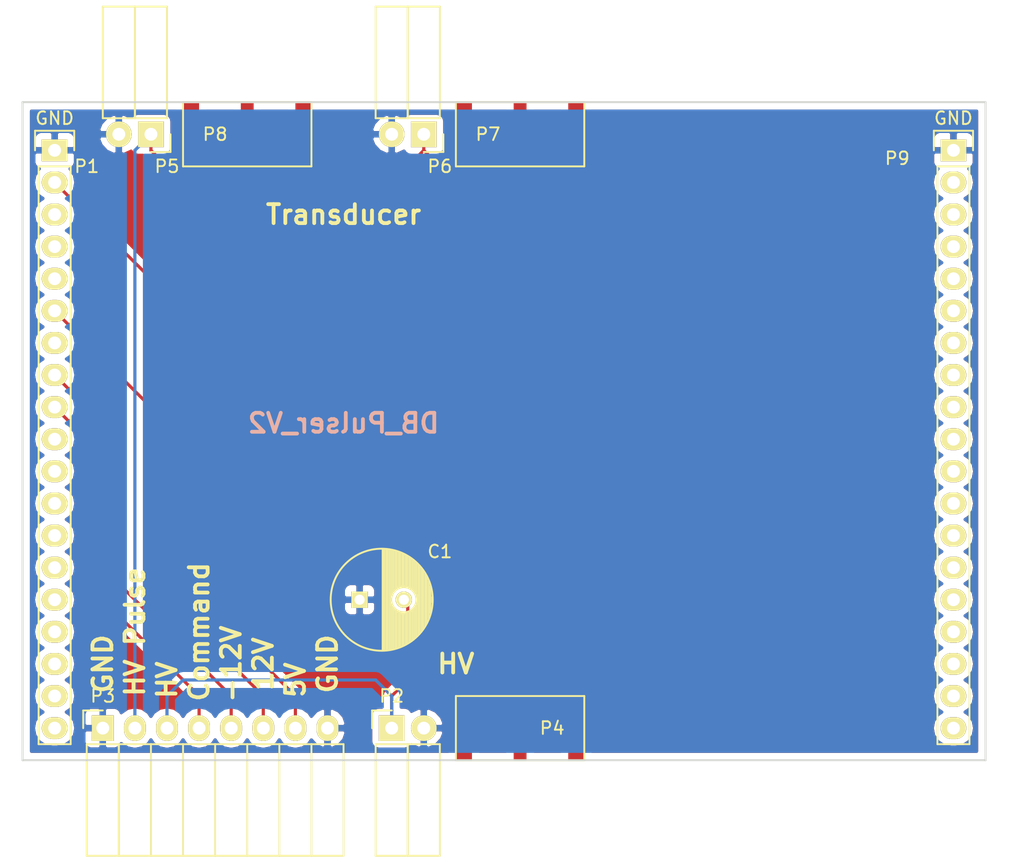
<source format=kicad_pcb>
(kicad_pcb (version 4) (host pcbnew 4.0.3+e1-6302~38~ubuntu16.04.1-stable)

  (general
    (links 24)
    (no_connects 0)
    (area 58.344999 85.014999 134.695001 137.235001)
    (thickness 1.6)
    (drawings 15)
    (tracks 44)
    (zones 0)
    (modules 10)
    (nets 8)
  )

  (page A4)
  (layers
    (0 F.Cu signal)
    (31 B.Cu signal)
    (32 B.Adhes user)
    (33 F.Adhes user)
    (34 B.Paste user)
    (35 F.Paste user)
    (36 B.SilkS user)
    (37 F.SilkS user)
    (38 B.Mask user)
    (39 F.Mask user)
    (40 Dwgs.User user)
    (41 Cmts.User user)
    (42 Eco1.User user)
    (43 Eco2.User user)
    (44 Edge.Cuts user)
    (45 Margin user)
    (46 B.CrtYd user)
    (47 F.CrtYd user)
    (48 B.Fab user)
    (49 F.Fab user)
  )

  (setup
    (last_trace_width 0.25)
    (trace_clearance 0.2)
    (zone_clearance 0.508)
    (zone_45_only no)
    (trace_min 0.2)
    (segment_width 0.2)
    (edge_width 0.15)
    (via_size 0.6)
    (via_drill 0.4)
    (via_min_size 0.4)
    (via_min_drill 0.3)
    (uvia_size 0.3)
    (uvia_drill 0.1)
    (uvias_allowed no)
    (uvia_min_size 0.2)
    (uvia_min_drill 0.1)
    (pcb_text_width 0.3)
    (pcb_text_size 1.5 1.5)
    (mod_edge_width 0.15)
    (mod_text_size 1 1)
    (mod_text_width 0.15)
    (pad_size 1.524 1.524)
    (pad_drill 0.762)
    (pad_to_mask_clearance 0.2)
    (aux_axis_origin 0 0)
    (visible_elements 7FFFFFFF)
    (pcbplotparams
      (layerselection 0x000f0_80000001)
      (usegerberextensions false)
      (excludeedgelayer true)
      (linewidth 0.100000)
      (plotframeref false)
      (viasonmask false)
      (mode 1)
      (useauxorigin false)
      (hpglpennumber 1)
      (hpglpenspeed 20)
      (hpglpendiameter 15)
      (hpglpenoverlay 2)
      (psnegative false)
      (psa4output false)
      (plotreference true)
      (plotvalue true)
      (plotinvisibletext false)
      (padsonsilk false)
      (subtractmaskfromsilk false)
      (outputformat 1)
      (mirror false)
      (drillshape 0)
      (scaleselection 1)
      (outputdirectory gerber/))
  )

  (net 0 "")
  (net 1 GND)
  (net 2 "Net-(P1-Pad2)")
  (net 3 "Net-(P1-Pad6)")
  (net 4 "Net-(P1-Pad8)")
  (net 5 "Net-(P1-Pad9)")
  (net 6 "Net-(P3-Pad2)")
  (net 7 "Net-(C1-Pad2)")

  (net_class Default "This is the default net class."
    (clearance 0.2)
    (trace_width 0.25)
    (via_dia 0.6)
    (via_drill 0.4)
    (uvia_dia 0.3)
    (uvia_drill 0.1)
    (add_net GND)
    (add_net "Net-(C1-Pad2)")
    (add_net "Net-(P1-Pad2)")
    (add_net "Net-(P1-Pad6)")
    (add_net "Net-(P1-Pad8)")
    (add_net "Net-(P1-Pad9)")
    (add_net "Net-(P3-Pad2)")
  )

  (module Socket_Strips:Socket_Strip_Angled_1x02 placed (layer F.Cu) (tedit 57BEEFC7) (tstamp 57BEEE99)
    (at 87.63 134.62)
    (descr "Through hole socket strip")
    (tags "socket strip")
    (path /57BEEE86)
    (fp_text reference P2 (at 0 -2.54) (layer F.SilkS)
      (effects (font (size 1 1) (thickness 0.15)))
    )
    (fp_text value CONN_01X02 (at 0 -2.75) (layer F.Fab)
      (effects (font (size 1 1) (thickness 0.15)))
    )
    (fp_line (start -1.75 -1.5) (end -1.75 10.6) (layer F.CrtYd) (width 0.05))
    (fp_line (start 4.3 -1.5) (end 4.3 10.6) (layer F.CrtYd) (width 0.05))
    (fp_line (start -1.75 -1.5) (end 4.3 -1.5) (layer F.CrtYd) (width 0.05))
    (fp_line (start -1.75 10.6) (end 4.3 10.6) (layer F.CrtYd) (width 0.05))
    (fp_line (start 3.81 10.1) (end 3.81 1.27) (layer F.SilkS) (width 0.15))
    (fp_line (start 1.27 10.1) (end 3.81 10.1) (layer F.SilkS) (width 0.15))
    (fp_line (start 1.27 1.27) (end 1.27 10.1) (layer F.SilkS) (width 0.15))
    (fp_line (start 1.27 1.27) (end 3.81 1.27) (layer F.SilkS) (width 0.15))
    (fp_line (start -1.27 1.27) (end 1.27 1.27) (layer F.SilkS) (width 0.15))
    (fp_line (start 0 -1.4) (end -1.55 -1.4) (layer F.SilkS) (width 0.15))
    (fp_line (start -1.55 -1.4) (end -1.55 0) (layer F.SilkS) (width 0.15))
    (fp_line (start -1.27 1.27) (end -1.27 10.1) (layer F.SilkS) (width 0.15))
    (fp_line (start -1.27 10.1) (end 1.27 10.1) (layer F.SilkS) (width 0.15))
    (fp_line (start 1.27 10.1) (end 1.27 1.27) (layer F.SilkS) (width 0.15))
    (pad 1 thru_hole rect (at 0 0) (size 2.032 2.032) (drill 1.016) (layers *.Cu *.Mask F.SilkS)
      (net 7 "Net-(C1-Pad2)"))
    (pad 2 thru_hole oval (at 2.54 0) (size 2.032 2.032) (drill 1.016) (layers *.Cu *.Mask F.SilkS)
      (net 1 GND))
    (model Socket_Strips.3dshapes/Socket_Strip_Angled_1x02.wrl
      (at (xyz 0.05 0 0))
      (scale (xyz 1 1 1))
      (rotate (xyz 0 0 180))
    )
  )

  (module Socket_Strips:Socket_Strip_Angled_1x08 placed (layer F.Cu) (tedit 57BEEFC3) (tstamp 57BEEEA5)
    (at 64.77 134.62)
    (descr "Through hole socket strip")
    (tags "socket strip")
    (path /57BEECD8)
    (fp_text reference P3 (at 0 -2.54) (layer F.SilkS)
      (effects (font (size 1 1) (thickness 0.15)))
    )
    (fp_text value CONN_01X08 (at 0 -2.75) (layer F.Fab)
      (effects (font (size 1 1) (thickness 0.15)))
    )
    (fp_line (start -1.75 -1.5) (end -1.75 10.6) (layer F.CrtYd) (width 0.05))
    (fp_line (start 19.55 -1.5) (end 19.55 10.6) (layer F.CrtYd) (width 0.05))
    (fp_line (start -1.75 -1.5) (end 19.55 -1.5) (layer F.CrtYd) (width 0.05))
    (fp_line (start -1.75 10.6) (end 19.55 10.6) (layer F.CrtYd) (width 0.05))
    (fp_line (start 16.51 10.1) (end 16.51 1.27) (layer F.SilkS) (width 0.15))
    (fp_line (start 13.97 10.1) (end 16.51 10.1) (layer F.SilkS) (width 0.15))
    (fp_line (start 13.97 1.27) (end 16.51 1.27) (layer F.SilkS) (width 0.15))
    (fp_line (start 16.51 1.27) (end 19.05 1.27) (layer F.SilkS) (width 0.15))
    (fp_line (start 16.51 10.1) (end 19.05 10.1) (layer F.SilkS) (width 0.15))
    (fp_line (start 19.05 10.1) (end 19.05 1.27) (layer F.SilkS) (width 0.15))
    (fp_line (start 13.97 10.1) (end 13.97 1.27) (layer F.SilkS) (width 0.15))
    (fp_line (start 11.43 10.1) (end 13.97 10.1) (layer F.SilkS) (width 0.15))
    (fp_line (start 11.43 1.27) (end 13.97 1.27) (layer F.SilkS) (width 0.15))
    (fp_line (start 8.89 1.27) (end 11.43 1.27) (layer F.SilkS) (width 0.15))
    (fp_line (start 8.89 10.1) (end 11.43 10.1) (layer F.SilkS) (width 0.15))
    (fp_line (start 11.43 10.1) (end 11.43 1.27) (layer F.SilkS) (width 0.15))
    (fp_line (start 8.89 10.1) (end 8.89 1.27) (layer F.SilkS) (width 0.15))
    (fp_line (start 6.35 10.1) (end 8.89 10.1) (layer F.SilkS) (width 0.15))
    (fp_line (start 6.35 1.27) (end 8.89 1.27) (layer F.SilkS) (width 0.15))
    (fp_line (start 3.81 1.27) (end 6.35 1.27) (layer F.SilkS) (width 0.15))
    (fp_line (start 3.81 10.1) (end 6.35 10.1) (layer F.SilkS) (width 0.15))
    (fp_line (start 6.35 10.1) (end 6.35 1.27) (layer F.SilkS) (width 0.15))
    (fp_line (start 3.81 10.1) (end 3.81 1.27) (layer F.SilkS) (width 0.15))
    (fp_line (start 1.27 10.1) (end 3.81 10.1) (layer F.SilkS) (width 0.15))
    (fp_line (start 1.27 1.27) (end 1.27 10.1) (layer F.SilkS) (width 0.15))
    (fp_line (start 1.27 1.27) (end 3.81 1.27) (layer F.SilkS) (width 0.15))
    (fp_line (start -1.27 1.27) (end 1.27 1.27) (layer F.SilkS) (width 0.15))
    (fp_line (start 0 -1.4) (end -1.55 -1.4) (layer F.SilkS) (width 0.15))
    (fp_line (start -1.55 -1.4) (end -1.55 0) (layer F.SilkS) (width 0.15))
    (fp_line (start -1.27 1.27) (end -1.27 10.1) (layer F.SilkS) (width 0.15))
    (fp_line (start -1.27 10.1) (end 1.27 10.1) (layer F.SilkS) (width 0.15))
    (fp_line (start 1.27 10.1) (end 1.27 1.27) (layer F.SilkS) (width 0.15))
    (pad 1 thru_hole rect (at 0 0) (size 1.7272 2.032) (drill 1.016) (layers *.Cu *.Mask F.SilkS)
      (net 1 GND))
    (pad 2 thru_hole oval (at 2.54 0) (size 1.7272 2.032) (drill 1.016) (layers *.Cu *.Mask F.SilkS)
      (net 6 "Net-(P3-Pad2)"))
    (pad 3 thru_hole oval (at 5.08 0) (size 1.7272 2.032) (drill 1.016) (layers *.Cu *.Mask F.SilkS)
      (net 7 "Net-(C1-Pad2)"))
    (pad 4 thru_hole oval (at 7.62 0) (size 1.7272 2.032) (drill 1.016) (layers *.Cu *.Mask F.SilkS)
      (net 5 "Net-(P1-Pad9)"))
    (pad 5 thru_hole oval (at 10.16 0) (size 1.7272 2.032) (drill 1.016) (layers *.Cu *.Mask F.SilkS)
      (net 4 "Net-(P1-Pad8)"))
    (pad 6 thru_hole oval (at 12.7 0) (size 1.7272 2.032) (drill 1.016) (layers *.Cu *.Mask F.SilkS)
      (net 3 "Net-(P1-Pad6)"))
    (pad 7 thru_hole oval (at 15.24 0) (size 1.7272 2.032) (drill 1.016) (layers *.Cu *.Mask F.SilkS)
      (net 2 "Net-(P1-Pad2)"))
    (pad 8 thru_hole oval (at 17.78 0) (size 1.7272 2.032) (drill 1.016) (layers *.Cu *.Mask F.SilkS)
      (net 1 GND))
    (model Socket_Strips.3dshapes/Socket_Strip_Angled_1x08.wrl
      (at (xyz 0.35 0 0))
      (scale (xyz 1 1 1))
      (rotate (xyz 0 0 180))
    )
  )

  (module Echopen:SMA placed (layer F.Cu) (tedit 57B6CD4E) (tstamp 57BEEEAC)
    (at 97.79 134.62)
    (path /57BEEF82)
    (fp_text reference P4 (at 2.54 0) (layer F.SilkS)
      (effects (font (size 1 1) (thickness 0.15)))
    )
    (fp_text value SMA (at -2.54 0) (layer F.Fab)
      (effects (font (size 1 1) (thickness 0.15)))
    )
    (fp_line (start -5.08 -2.54) (end 5.08 -2.54) (layer F.SilkS) (width 0.15))
    (fp_line (start 5.08 -2.54) (end 5.08 2.54) (layer F.SilkS) (width 0.15))
    (fp_line (start 5.08 2.54) (end -5.08 2.54) (layer F.SilkS) (width 0.15))
    (fp_line (start -5.08 2.54) (end -5.08 -2.54) (layer F.SilkS) (width 0.15))
    (pad 2 smd rect (at -5.08 0) (size 1.27 5.08) (drill (offset 0.635 0)) (layers *.Paste *.Mask F.Cu)
      (net 1 GND))
    (pad 2 smd rect (at 5.08 0) (size 1.27 5.08) (drill (offset -0.635 0)) (layers *.Paste *.Mask F.Cu)
      (net 1 GND))
    (pad 1 smd rect (at 0 0) (size 1.016 5.08) (layers F.Cu F.Paste F.Mask)
      (net 7 "Net-(C1-Pad2)"))
    (model ../../../../../home/echopen/Bureau/GitHub/electronic/kicad/Librairy/3d/sma_90_r300.124.403.wrl
      (at (xyz 0 -0.15 0))
      (scale (xyz 0.9 0.9 0.9))
      (rotate (xyz 0 0 0))
    )
  )

  (module Socket_Strips:Socket_Strip_Angled_1x02 placed (layer F.Cu) (tedit 57BEEFA9) (tstamp 57BEEEB2)
    (at 68.58 87.63 180)
    (descr "Through hole socket strip")
    (tags "socket strip")
    (path /57BEF06F)
    (fp_text reference P5 (at -1.27 -2.54 180) (layer F.SilkS)
      (effects (font (size 1 1) (thickness 0.15)))
    )
    (fp_text value CONN_01X02 (at 0 -2.75 180) (layer F.Fab)
      (effects (font (size 1 1) (thickness 0.15)))
    )
    (fp_line (start -1.75 -1.5) (end -1.75 10.6) (layer F.CrtYd) (width 0.05))
    (fp_line (start 4.3 -1.5) (end 4.3 10.6) (layer F.CrtYd) (width 0.05))
    (fp_line (start -1.75 -1.5) (end 4.3 -1.5) (layer F.CrtYd) (width 0.05))
    (fp_line (start -1.75 10.6) (end 4.3 10.6) (layer F.CrtYd) (width 0.05))
    (fp_line (start 3.81 10.1) (end 3.81 1.27) (layer F.SilkS) (width 0.15))
    (fp_line (start 1.27 10.1) (end 3.81 10.1) (layer F.SilkS) (width 0.15))
    (fp_line (start 1.27 1.27) (end 1.27 10.1) (layer F.SilkS) (width 0.15))
    (fp_line (start 1.27 1.27) (end 3.81 1.27) (layer F.SilkS) (width 0.15))
    (fp_line (start -1.27 1.27) (end 1.27 1.27) (layer F.SilkS) (width 0.15))
    (fp_line (start 0 -1.4) (end -1.55 -1.4) (layer F.SilkS) (width 0.15))
    (fp_line (start -1.55 -1.4) (end -1.55 0) (layer F.SilkS) (width 0.15))
    (fp_line (start -1.27 1.27) (end -1.27 10.1) (layer F.SilkS) (width 0.15))
    (fp_line (start -1.27 10.1) (end 1.27 10.1) (layer F.SilkS) (width 0.15))
    (fp_line (start 1.27 10.1) (end 1.27 1.27) (layer F.SilkS) (width 0.15))
    (pad 1 thru_hole rect (at 0 0 180) (size 2.032 2.032) (drill 1.016) (layers *.Cu *.Mask F.SilkS)
      (net 6 "Net-(P3-Pad2)"))
    (pad 2 thru_hole oval (at 2.54 0 180) (size 2.032 2.032) (drill 1.016) (layers *.Cu *.Mask F.SilkS)
      (net 1 GND))
    (model Socket_Strips.3dshapes/Socket_Strip_Angled_1x02.wrl
      (at (xyz 0.05 0 0))
      (scale (xyz 1 1 1))
      (rotate (xyz 0 0 180))
    )
  )

  (module Socket_Strips:Socket_Strip_Angled_1x02 placed (layer F.Cu) (tedit 57BEEFB7) (tstamp 57BEEEB8)
    (at 90.17 87.63 180)
    (descr "Through hole socket strip")
    (tags "socket strip")
    (path /57BEF1AE)
    (fp_text reference P6 (at -1.27 -2.54 180) (layer F.SilkS)
      (effects (font (size 1 1) (thickness 0.15)))
    )
    (fp_text value CONN_01X02 (at 0 -2.75 180) (layer F.Fab)
      (effects (font (size 1 1) (thickness 0.15)))
    )
    (fp_line (start -1.75 -1.5) (end -1.75 10.6) (layer F.CrtYd) (width 0.05))
    (fp_line (start 4.3 -1.5) (end 4.3 10.6) (layer F.CrtYd) (width 0.05))
    (fp_line (start -1.75 -1.5) (end 4.3 -1.5) (layer F.CrtYd) (width 0.05))
    (fp_line (start -1.75 10.6) (end 4.3 10.6) (layer F.CrtYd) (width 0.05))
    (fp_line (start 3.81 10.1) (end 3.81 1.27) (layer F.SilkS) (width 0.15))
    (fp_line (start 1.27 10.1) (end 3.81 10.1) (layer F.SilkS) (width 0.15))
    (fp_line (start 1.27 1.27) (end 1.27 10.1) (layer F.SilkS) (width 0.15))
    (fp_line (start 1.27 1.27) (end 3.81 1.27) (layer F.SilkS) (width 0.15))
    (fp_line (start -1.27 1.27) (end 1.27 1.27) (layer F.SilkS) (width 0.15))
    (fp_line (start 0 -1.4) (end -1.55 -1.4) (layer F.SilkS) (width 0.15))
    (fp_line (start -1.55 -1.4) (end -1.55 0) (layer F.SilkS) (width 0.15))
    (fp_line (start -1.27 1.27) (end -1.27 10.1) (layer F.SilkS) (width 0.15))
    (fp_line (start -1.27 10.1) (end 1.27 10.1) (layer F.SilkS) (width 0.15))
    (fp_line (start 1.27 10.1) (end 1.27 1.27) (layer F.SilkS) (width 0.15))
    (pad 1 thru_hole rect (at 0 0 180) (size 2.032 2.032) (drill 1.016) (layers *.Cu *.Mask F.SilkS)
      (net 6 "Net-(P3-Pad2)"))
    (pad 2 thru_hole oval (at 2.54 0 180) (size 2.032 2.032) (drill 1.016) (layers *.Cu *.Mask F.SilkS)
      (net 1 GND))
    (model Socket_Strips.3dshapes/Socket_Strip_Angled_1x02.wrl
      (at (xyz 0.05 0 0))
      (scale (xyz 1 1 1))
      (rotate (xyz 0 0 180))
    )
  )

  (module Echopen:SMA placed (layer F.Cu) (tedit 57B6CD4E) (tstamp 57BEEEBF)
    (at 97.79 87.63 180)
    (path /57BEF0D8)
    (fp_text reference P7 (at 2.54 0 180) (layer F.SilkS)
      (effects (font (size 1 1) (thickness 0.15)))
    )
    (fp_text value SMA (at -2.54 0 180) (layer F.Fab)
      (effects (font (size 1 1) (thickness 0.15)))
    )
    (fp_line (start -5.08 -2.54) (end 5.08 -2.54) (layer F.SilkS) (width 0.15))
    (fp_line (start 5.08 -2.54) (end 5.08 2.54) (layer F.SilkS) (width 0.15))
    (fp_line (start 5.08 2.54) (end -5.08 2.54) (layer F.SilkS) (width 0.15))
    (fp_line (start -5.08 2.54) (end -5.08 -2.54) (layer F.SilkS) (width 0.15))
    (pad 2 smd rect (at -5.08 0 180) (size 1.27 5.08) (drill (offset 0.635 0)) (layers *.Paste *.Mask F.Cu)
      (net 1 GND))
    (pad 2 smd rect (at 5.08 0 180) (size 1.27 5.08) (drill (offset -0.635 0)) (layers *.Paste *.Mask F.Cu)
      (net 1 GND))
    (pad 1 smd rect (at 0 0 180) (size 1.016 5.08) (layers F.Cu F.Paste F.Mask)
      (net 6 "Net-(P3-Pad2)"))
    (model ../../../../../home/echopen/Bureau/GitHub/electronic/kicad/Librairy/3d/sma_90_r300.124.403.wrl
      (at (xyz 0 -0.15 0))
      (scale (xyz 0.9 0.9 0.9))
      (rotate (xyz 0 0 0))
    )
  )

  (module Echopen:SMA placed (layer F.Cu) (tedit 57B6CD4E) (tstamp 57BEEEC6)
    (at 76.2 87.63 180)
    (path /57BEF1B4)
    (fp_text reference P8 (at 2.54 0 180) (layer F.SilkS)
      (effects (font (size 1 1) (thickness 0.15)))
    )
    (fp_text value SMA (at -2.54 0 180) (layer F.Fab)
      (effects (font (size 1 1) (thickness 0.15)))
    )
    (fp_line (start -5.08 -2.54) (end 5.08 -2.54) (layer F.SilkS) (width 0.15))
    (fp_line (start 5.08 -2.54) (end 5.08 2.54) (layer F.SilkS) (width 0.15))
    (fp_line (start 5.08 2.54) (end -5.08 2.54) (layer F.SilkS) (width 0.15))
    (fp_line (start -5.08 2.54) (end -5.08 -2.54) (layer F.SilkS) (width 0.15))
    (pad 2 smd rect (at -5.08 0 180) (size 1.27 5.08) (drill (offset 0.635 0)) (layers *.Paste *.Mask F.Cu)
      (net 1 GND))
    (pad 2 smd rect (at 5.08 0 180) (size 1.27 5.08) (drill (offset -0.635 0)) (layers *.Paste *.Mask F.Cu)
      (net 1 GND))
    (pad 1 smd rect (at 0 0 180) (size 1.016 5.08) (layers F.Cu F.Paste F.Mask)
      (net 6 "Net-(P3-Pad2)"))
    (model ../../../../../home/echopen/Bureau/GitHub/electronic/kicad/Librairy/3d/sma_90_r300.124.403.wrl
      (at (xyz 0 -0.15 0))
      (scale (xyz 0.9 0.9 0.9))
      (rotate (xyz 0 0 0))
    )
  )

  (module Echopen:Header_1x19 (layer F.Cu) (tedit 57BB32E4) (tstamp 57BEEEDD)
    (at 132.08 111.76)
    (descr "Through hole socket strip")
    (tags "socket strip")
    (path /57BEEBE9)
    (fp_text reference P9 (at -4.445 -22.225) (layer F.SilkS)
      (effects (font (size 1 1) (thickness 0.15)))
    )
    (fp_text value CONN_01X19 (at 0.635 26.035) (layer F.Fab)
      (effects (font (size 1 1) (thickness 0.15)))
    )
    (fp_text user GND (at 0 -25.4) (layer F.SilkS)
      (effects (font (size 1 1) (thickness 0.15)))
    )
    (fp_line (start 1.75 -24.61) (end -1.75 -24.61) (layer F.CrtYd) (width 0.05))
    (fp_line (start 1.75 24.64) (end -1.75 24.64) (layer F.CrtYd) (width 0.05))
    (fp_line (start 1.75 -24.61) (end 1.75 24.64) (layer F.CrtYd) (width 0.05))
    (fp_line (start -1.75 -24.61) (end -1.75 24.64) (layer F.CrtYd) (width 0.05))
    (fp_line (start -1.27 -21.59) (end -1.27 24.13) (layer F.SilkS) (width 0.15))
    (fp_line (start -1.27 24.13) (end 1.27 24.13) (layer F.SilkS) (width 0.15))
    (fp_line (start 1.27 24.13) (end 1.27 -21.59) (layer F.SilkS) (width 0.15))
    (fp_line (start -1.55 -24.41) (end -1.55 -22.86) (layer F.SilkS) (width 0.15))
    (fp_line (start -1.27 -21.59) (end 1.27 -21.59) (layer F.SilkS) (width 0.15))
    (fp_line (start 1.55 -22.86) (end 1.55 -24.41) (layer F.SilkS) (width 0.15))
    (fp_line (start 1.55 -24.41) (end -1.55 -24.41) (layer F.SilkS) (width 0.15))
    (pad 1 thru_hole rect (at 0 -22.86 270) (size 1.7272 2.032) (drill 1.016) (layers *.Cu *.Mask F.SilkS)
      (net 1 GND))
    (pad 2 thru_hole oval (at 0 -20.32 270) (size 1.7272 2.032) (drill 1.016) (layers *.Cu *.Mask F.SilkS))
    (pad 3 thru_hole oval (at 0 -17.78 270) (size 1.7272 2.032) (drill 1.016) (layers *.Cu *.Mask F.SilkS))
    (pad 4 thru_hole oval (at 0 -15.24 270) (size 1.7272 2.032) (drill 1.016) (layers *.Cu *.Mask F.SilkS))
    (pad 5 thru_hole oval (at 0 -12.7 270) (size 1.7272 2.032) (drill 1.016) (layers *.Cu *.Mask F.SilkS))
    (pad 6 thru_hole oval (at 0 -10.16 270) (size 1.7272 2.032) (drill 1.016) (layers *.Cu *.Mask F.SilkS))
    (pad 7 thru_hole oval (at 0 -7.62 270) (size 1.7272 2.032) (drill 1.016) (layers *.Cu *.Mask F.SilkS))
    (pad 8 thru_hole oval (at 0 -5.08 270) (size 1.7272 2.032) (drill 1.016) (layers *.Cu *.Mask F.SilkS))
    (pad 9 thru_hole oval (at 0 -2.54 270) (size 1.7272 2.032) (drill 1.016) (layers *.Cu *.Mask F.SilkS))
    (pad 10 thru_hole oval (at 0 0 270) (size 1.7272 2.032) (drill 1.016) (layers *.Cu *.Mask F.SilkS))
    (pad 11 thru_hole oval (at 0 2.54 270) (size 1.7272 2.032) (drill 1.016) (layers *.Cu *.Mask F.SilkS))
    (pad 12 thru_hole oval (at 0 5.08 270) (size 1.7272 2.032) (drill 1.016) (layers *.Cu *.Mask F.SilkS))
    (pad 13 thru_hole oval (at 0 7.62 270) (size 1.7272 2.032) (drill 1.016) (layers *.Cu *.Mask F.SilkS))
    (pad 14 thru_hole oval (at 0 10.16 270) (size 1.7272 2.032) (drill 1.016) (layers *.Cu *.Mask F.SilkS))
    (pad 15 thru_hole oval (at 0 12.7 270) (size 1.7272 2.032) (drill 1.016) (layers *.Cu *.Mask F.SilkS))
    (pad 16 thru_hole oval (at 0 15.24 270) (size 1.7272 2.032) (drill 1.016) (layers *.Cu *.Mask F.SilkS))
    (pad 17 thru_hole oval (at 0 17.78 270) (size 1.7272 2.032) (drill 1.016) (layers *.Cu *.Mask F.SilkS))
    (pad 18 thru_hole oval (at 0 20.32 270) (size 1.7272 2.032) (drill 1.016) (layers *.Cu *.Mask F.SilkS))
    (pad 19 thru_hole oval (at 0 22.86 270) (size 1.7272 2.032) (drill 1.016) (layers *.Cu *.Mask F.SilkS))
    (model Socket_Strips.3dshapes/Socket_Strip_Straight_1x19.wrl
      (at (xyz 0 0 0))
      (scale (xyz 1 1 1))
      (rotate (xyz 0 0 90))
    )
  )

  (module Echopen:Header_1x19 (layer F.Cu) (tedit 57BEF438) (tstamp 57BEEE93)
    (at 60.96 111.76)
    (descr "Through hole socket strip")
    (tags "socket strip")
    (path /57BEEBC1)
    (fp_text reference P1 (at 2.54 -21.59) (layer F.SilkS)
      (effects (font (size 1 1) (thickness 0.15)))
    )
    (fp_text value CONN_01X19 (at 0.635 26.035) (layer F.Fab)
      (effects (font (size 1 1) (thickness 0.15)))
    )
    (fp_text user GND (at 0 -25.4) (layer F.SilkS)
      (effects (font (size 1 1) (thickness 0.15)))
    )
    (fp_line (start 1.75 -24.61) (end -1.75 -24.61) (layer F.CrtYd) (width 0.05))
    (fp_line (start 1.75 24.64) (end -1.75 24.64) (layer F.CrtYd) (width 0.05))
    (fp_line (start 1.75 -24.61) (end 1.75 24.64) (layer F.CrtYd) (width 0.05))
    (fp_line (start -1.75 -24.61) (end -1.75 24.64) (layer F.CrtYd) (width 0.05))
    (fp_line (start -1.27 -21.59) (end -1.27 24.13) (layer F.SilkS) (width 0.15))
    (fp_line (start -1.27 24.13) (end 1.27 24.13) (layer F.SilkS) (width 0.15))
    (fp_line (start 1.27 24.13) (end 1.27 -21.59) (layer F.SilkS) (width 0.15))
    (fp_line (start -1.55 -24.41) (end -1.55 -22.86) (layer F.SilkS) (width 0.15))
    (fp_line (start -1.27 -21.59) (end 1.27 -21.59) (layer F.SilkS) (width 0.15))
    (fp_line (start 1.55 -22.86) (end 1.55 -24.41) (layer F.SilkS) (width 0.15))
    (fp_line (start 1.55 -24.41) (end -1.55 -24.41) (layer F.SilkS) (width 0.15))
    (pad 1 thru_hole rect (at 0 -22.86 270) (size 1.7272 2.032) (drill 1.016) (layers *.Cu *.Mask F.SilkS)
      (net 1 GND))
    (pad 2 thru_hole oval (at 0 -20.32 270) (size 1.7272 2.032) (drill 1.016) (layers *.Cu *.Mask F.SilkS)
      (net 2 "Net-(P1-Pad2)"))
    (pad 3 thru_hole oval (at 0 -17.78 270) (size 1.7272 2.032) (drill 1.016) (layers *.Cu *.Mask F.SilkS))
    (pad 4 thru_hole oval (at 0 -15.24 270) (size 1.7272 2.032) (drill 1.016) (layers *.Cu *.Mask F.SilkS))
    (pad 5 thru_hole oval (at 0 -12.7 270) (size 1.7272 2.032) (drill 1.016) (layers *.Cu *.Mask F.SilkS))
    (pad 6 thru_hole oval (at 0 -10.16 270) (size 1.7272 2.032) (drill 1.016) (layers *.Cu *.Mask F.SilkS)
      (net 3 "Net-(P1-Pad6)"))
    (pad 7 thru_hole oval (at 0 -7.62 270) (size 1.7272 2.032) (drill 1.016) (layers *.Cu *.Mask F.SilkS))
    (pad 8 thru_hole oval (at 0 -5.08 270) (size 1.7272 2.032) (drill 1.016) (layers *.Cu *.Mask F.SilkS)
      (net 4 "Net-(P1-Pad8)"))
    (pad 9 thru_hole oval (at 0 -2.54 270) (size 1.7272 2.032) (drill 1.016) (layers *.Cu *.Mask F.SilkS)
      (net 5 "Net-(P1-Pad9)"))
    (pad 10 thru_hole oval (at 0 0 270) (size 1.7272 2.032) (drill 1.016) (layers *.Cu *.Mask F.SilkS))
    (pad 11 thru_hole oval (at 0 2.54 270) (size 1.7272 2.032) (drill 1.016) (layers *.Cu *.Mask F.SilkS))
    (pad 12 thru_hole oval (at 0 5.08 270) (size 1.7272 2.032) (drill 1.016) (layers *.Cu *.Mask F.SilkS))
    (pad 13 thru_hole oval (at 0 7.62 270) (size 1.7272 2.032) (drill 1.016) (layers *.Cu *.Mask F.SilkS))
    (pad 14 thru_hole oval (at 0 10.16 270) (size 1.7272 2.032) (drill 1.016) (layers *.Cu *.Mask F.SilkS))
    (pad 15 thru_hole oval (at 0 12.7 270) (size 1.7272 2.032) (drill 1.016) (layers *.Cu *.Mask F.SilkS))
    (pad 16 thru_hole oval (at 0 15.24 270) (size 1.7272 2.032) (drill 1.016) (layers *.Cu *.Mask F.SilkS))
    (pad 17 thru_hole oval (at 0 17.78 270) (size 1.7272 2.032) (drill 1.016) (layers *.Cu *.Mask F.SilkS))
    (pad 18 thru_hole oval (at 0 20.32 270) (size 1.7272 2.032) (drill 1.016) (layers *.Cu *.Mask F.SilkS))
    (pad 19 thru_hole oval (at 0 22.86 270) (size 1.7272 2.032) (drill 1.016) (layers *.Cu *.Mask F.SilkS))
    (model Socket_Strips.3dshapes/Socket_Strip_Straight_1x19.wrl
      (at (xyz 0 0 0))
      (scale (xyz 1 1 1))
      (rotate (xyz 0 0 90))
    )
  )

  (module Echopen:CP_TH_common (layer F.Cu) (tedit 57B58060) (tstamp 57C05FB7)
    (at 85.09 124.46)
    (descr "Radial Electrolytic Capacitor Diameter 8mm x Length 11.5mm, Pitch 3.5mm")
    (tags "Electrolytic Capacitor")
    (path /57C05C42)
    (fp_text reference C1 (at 6.35 -3.81) (layer F.SilkS)
      (effects (font (size 1 1) (thickness 0.15)))
    )
    (fp_text value "33u (150V)" (at 1.27 1.905) (layer F.Fab)
      (effects (font (size 1 1) (thickness 0.15)))
    )
    (fp_line (start 1.825 -3.999) (end 1.825 3.999) (layer F.SilkS) (width 0.15))
    (fp_line (start 1.965 -3.994) (end 1.965 3.994) (layer F.SilkS) (width 0.15))
    (fp_line (start 2.105 -3.984) (end 2.105 3.984) (layer F.SilkS) (width 0.15))
    (fp_line (start 2.245 -3.969) (end 2.245 3.969) (layer F.SilkS) (width 0.15))
    (fp_line (start 2.385 -3.949) (end 2.385 3.949) (layer F.SilkS) (width 0.15))
    (fp_line (start 2.525 -3.924) (end 2.525 -0.222) (layer F.SilkS) (width 0.15))
    (fp_line (start 2.525 0.222) (end 2.525 3.924) (layer F.SilkS) (width 0.15))
    (fp_line (start 2.665 -3.894) (end 2.665 -0.55) (layer F.SilkS) (width 0.15))
    (fp_line (start 2.665 0.55) (end 2.665 3.894) (layer F.SilkS) (width 0.15))
    (fp_line (start 2.805 -3.858) (end 2.805 -0.719) (layer F.SilkS) (width 0.15))
    (fp_line (start 2.805 0.719) (end 2.805 3.858) (layer F.SilkS) (width 0.15))
    (fp_line (start 2.945 -3.817) (end 2.945 -0.832) (layer F.SilkS) (width 0.15))
    (fp_line (start 2.945 0.832) (end 2.945 3.817) (layer F.SilkS) (width 0.15))
    (fp_line (start 3.085 -3.771) (end 3.085 -0.91) (layer F.SilkS) (width 0.15))
    (fp_line (start 3.085 0.91) (end 3.085 3.771) (layer F.SilkS) (width 0.15))
    (fp_line (start 3.225 -3.718) (end 3.225 -0.961) (layer F.SilkS) (width 0.15))
    (fp_line (start 3.225 0.961) (end 3.225 3.718) (layer F.SilkS) (width 0.15))
    (fp_line (start 3.365 -3.659) (end 3.365 -0.991) (layer F.SilkS) (width 0.15))
    (fp_line (start 3.365 0.991) (end 3.365 3.659) (layer F.SilkS) (width 0.15))
    (fp_line (start 3.505 -3.594) (end 3.505 -1) (layer F.SilkS) (width 0.15))
    (fp_line (start 3.505 1) (end 3.505 3.594) (layer F.SilkS) (width 0.15))
    (fp_line (start 3.645 -3.523) (end 3.645 -0.989) (layer F.SilkS) (width 0.15))
    (fp_line (start 3.645 0.989) (end 3.645 3.523) (layer F.SilkS) (width 0.15))
    (fp_line (start 3.785 -3.444) (end 3.785 -0.959) (layer F.SilkS) (width 0.15))
    (fp_line (start 3.785 0.959) (end 3.785 3.444) (layer F.SilkS) (width 0.15))
    (fp_line (start 3.925 -3.357) (end 3.925 -0.905) (layer F.SilkS) (width 0.15))
    (fp_line (start 3.925 0.905) (end 3.925 3.357) (layer F.SilkS) (width 0.15))
    (fp_line (start 4.065 -3.262) (end 4.065 -0.825) (layer F.SilkS) (width 0.15))
    (fp_line (start 4.065 0.825) (end 4.065 3.262) (layer F.SilkS) (width 0.15))
    (fp_line (start 4.205 -3.158) (end 4.205 -0.709) (layer F.SilkS) (width 0.15))
    (fp_line (start 4.205 0.709) (end 4.205 3.158) (layer F.SilkS) (width 0.15))
    (fp_line (start 4.345 -3.044) (end 4.345 -0.535) (layer F.SilkS) (width 0.15))
    (fp_line (start 4.345 0.535) (end 4.345 3.044) (layer F.SilkS) (width 0.15))
    (fp_line (start 4.485 -2.919) (end 4.485 -0.173) (layer F.SilkS) (width 0.15))
    (fp_line (start 4.485 0.173) (end 4.485 2.919) (layer F.SilkS) (width 0.15))
    (fp_line (start 4.625 -2.781) (end 4.625 2.781) (layer F.SilkS) (width 0.15))
    (fp_line (start 4.765 -2.629) (end 4.765 2.629) (layer F.SilkS) (width 0.15))
    (fp_line (start 4.905 -2.459) (end 4.905 2.459) (layer F.SilkS) (width 0.15))
    (fp_line (start 5.045 -2.268) (end 5.045 2.268) (layer F.SilkS) (width 0.15))
    (fp_line (start 5.185 -2.05) (end 5.185 2.05) (layer F.SilkS) (width 0.15))
    (fp_line (start 5.325 -1.794) (end 5.325 1.794) (layer F.SilkS) (width 0.15))
    (fp_line (start 5.465 -1.483) (end 5.465 1.483) (layer F.SilkS) (width 0.15))
    (fp_line (start 5.605 -1.067) (end 5.605 1.067) (layer F.SilkS) (width 0.15))
    (fp_line (start 5.745 -0.2) (end 5.745 0.2) (layer F.SilkS) (width 0.15))
    (fp_circle (center 3.5 0) (end 3.5 -1) (layer F.SilkS) (width 0.15))
    (fp_circle (center 1.75 0) (end 1.75 -4.0375) (layer F.SilkS) (width 0.15))
    (fp_circle (center 1.75 0) (end 1.75 -4.3) (layer F.CrtYd) (width 0.05))
    (pad 2 thru_hole circle (at 3.5 0) (size 1.3 1.3) (drill 0.8) (layers *.Cu *.Mask F.SilkS)
      (net 7 "Net-(C1-Pad2)"))
    (pad 1 thru_hole rect (at 0 0) (size 1.3 1.3) (drill 0.8) (layers *.Cu *.Mask F.SilkS)
      (net 1 GND))
    (model Capacitors_ThroughHole.3dshapes/C_Radial_D8_L11.5_P3.5.wrl
      (at (xyz 0 0 0))
      (scale (xyz 1 1 1))
      (rotate (xyz 0 0 0))
    )
  )

  (gr_line (start 134.62 137.16) (end 58.42 137.16) (angle 90) (layer Edge.Cuts) (width 0.15))
  (gr_line (start 134.62 85.09) (end 134.62 137.16) (angle 90) (layer Edge.Cuts) (width 0.15))
  (gr_line (start 58.42 85.09) (end 134.62 85.09) (angle 90) (layer Edge.Cuts) (width 0.15))
  (gr_text HV (at 92.71 129.54) (layer F.SilkS)
    (effects (font (size 1.5 1.5) (thickness 0.3)))
  )
  (gr_text Transducer (at 83.82 93.98) (layer F.SilkS)
    (effects (font (size 1.5 1.5) (thickness 0.3)))
  )
  (gr_text GND (at 64.77 129.54 90) (layer F.SilkS)
    (effects (font (size 1.5 1.5) (thickness 0.3)))
  )
  (gr_text GND (at 82.55 129.54 90) (layer F.SilkS)
    (effects (font (size 1.5 1.5) (thickness 0.3)))
  )
  (gr_text 5V (at 80.01 130.81 90) (layer F.SilkS)
    (effects (font (size 1.5 1.5) (thickness 0.3)))
  )
  (gr_text 12V (at 77.47 129.54 90) (layer F.SilkS)
    (effects (font (size 1.5 1.5) (thickness 0.3)))
  )
  (gr_text -12V (at 74.93 129.54 90) (layer F.SilkS)
    (effects (font (size 1.5 1.5) (thickness 0.3)))
  )
  (gr_text Command (at 72.39 127 90) (layer F.SilkS)
    (effects (font (size 1.5 1.5) (thickness 0.3)))
  )
  (gr_text HV (at 69.85 130.81 90) (layer F.SilkS)
    (effects (font (size 1.5 1.5) (thickness 0.3)))
  )
  (gr_text "HV Pulse" (at 67.31 127 90) (layer F.SilkS)
    (effects (font (size 1.5 1.5) (thickness 0.3)))
  )
  (gr_text DB_Pulser_V2 (at 83.82 110.49) (layer B.SilkS)
    (effects (font (size 1.5 1.5) (thickness 0.3)) (justify mirror))
  )
  (gr_line (start 58.42 85.09) (end 58.42 137.16) (angle 90) (layer Edge.Cuts) (width 0.15))

  (segment (start 60.96 91.44) (end 71.12 101.6) (width 0.25) (layer F.Cu) (net 2))
  (segment (start 71.12 101.6) (end 71.12 123.19) (width 0.25) (layer F.Cu) (net 2) (tstamp 57BEF064))
  (segment (start 71.12 123.19) (end 80.01 132.08) (width 0.25) (layer F.Cu) (net 2) (tstamp 57BEF065))
  (segment (start 80.01 132.08) (end 80.01 134.62) (width 0.25) (layer F.Cu) (net 2) (tstamp 57BEF066))
  (segment (start 60.96 101.6) (end 68.58 109.22) (width 0.25) (layer F.Cu) (net 3))
  (segment (start 68.58 109.22) (end 68.58 123.19) (width 0.25) (layer F.Cu) (net 3) (tstamp 57BEF05E))
  (segment (start 68.58 123.19) (end 77.47 132.08) (width 0.25) (layer F.Cu) (net 3) (tstamp 57BEF05F))
  (segment (start 77.47 132.08) (end 77.47 134.62) (width 0.25) (layer F.Cu) (net 3) (tstamp 57BEF060))
  (segment (start 60.96 106.68) (end 64.77 110.49) (width 0.25) (layer F.Cu) (net 4))
  (segment (start 64.77 110.49) (end 66.04 111.76) (width 0.25) (layer F.Cu) (net 4) (tstamp 57BEF057))
  (segment (start 66.04 111.76) (end 66.04 123.19) (width 0.25) (layer F.Cu) (net 4) (tstamp 57BEF058))
  (segment (start 66.04 123.19) (end 74.93 132.08) (width 0.25) (layer F.Cu) (net 4) (tstamp 57BEF059))
  (segment (start 74.93 132.08) (end 74.93 134.62) (width 0.25) (layer F.Cu) (net 4) (tstamp 57BEF05A))
  (segment (start 72.39 132.08) (end 72.39 134.62) (width 0.25) (layer F.Cu) (net 5) (tstamp 57BEF053))
  (segment (start 63.5 123.19) (end 72.39 132.08) (width 0.25) (layer F.Cu) (net 5) (tstamp 57BEF051))
  (segment (start 63.5 111.76) (end 63.5 123.19) (width 0.25) (layer F.Cu) (net 5) (tstamp 57BEF050))
  (segment (start 60.96 109.22) (end 63.5 111.76) (width 0.25) (layer F.Cu) (net 5))
  (segment (start 67.31 134.62) (end 67.31 88.9) (width 0.25) (layer B.Cu) (net 6))
  (segment (start 96.52 91.44) (end 97.79 90.17) (width 0.25) (layer F.Cu) (net 6) (tstamp 57BEF099))
  (segment (start 92.71 91.44) (end 96.52 91.44) (width 0.25) (layer F.Cu) (net 6) (tstamp 57BEF098))
  (segment (start 76.2 90.17) (end 77.47 91.44) (width 0.25) (layer F.Cu) (net 6) (tstamp 57BEF08E))
  (segment (start 77.47 91.44) (end 87.63 91.44) (width 0.25) (layer F.Cu) (net 6) (tstamp 57BEF090))
  (segment (start 71.12 91.44) (end 74.93 91.44) (width 0.25) (layer F.Cu) (net 6) (tstamp 57BEF087))
  (segment (start 74.93 91.44) (end 76.2 90.17) (width 0.25) (layer F.Cu) (net 6) (tstamp 57BEF089))
  (segment (start 90.17 87.63) (end 90.17 88.9) (width 0.25) (layer F.Cu) (net 6))
  (segment (start 90.17 88.9) (end 92.71 91.44) (width 0.25) (layer F.Cu) (net 6) (tstamp 57BEF097))
  (segment (start 97.79 90.17) (end 97.79 87.63) (width 0.25) (layer F.Cu) (net 6) (tstamp 57BEF09A))
  (segment (start 76.2 87.63) (end 76.2 90.17) (width 0.25) (layer F.Cu) (net 6))
  (segment (start 87.63 91.44) (end 90.17 88.9) (width 0.25) (layer F.Cu) (net 6) (tstamp 57BEF092))
  (segment (start 68.58 87.63) (end 68.58 88.9) (width 0.25) (layer F.Cu) (net 6))
  (segment (start 68.58 88.9) (end 71.12 91.44) (width 0.25) (layer F.Cu) (net 6) (tstamp 57BEF085))
  (segment (start 67.31 88.9) (end 68.58 87.63) (width 0.25) (layer B.Cu) (net 6) (tstamp 57BEF081))
  (segment (start 69.85 134.62) (end 69.85 132.08) (width 0.25) (layer B.Cu) (net 7))
  (segment (start 69.85 132.08) (end 71.12 130.81) (width 0.25) (layer B.Cu) (net 7) (tstamp 57BEF077))
  (segment (start 71.12 130.81) (end 86.36 130.81) (width 0.25) (layer B.Cu) (net 7) (tstamp 57BEF079))
  (segment (start 86.36 130.81) (end 87.63 132.08) (width 0.25) (layer B.Cu) (net 7) (tstamp 57BEF07B))
  (segment (start 88.9 130.81) (end 88.9 124.77) (width 0.25) (layer F.Cu) (net 7))
  (segment (start 88.9 124.77) (end 88.59 124.46) (width 0.25) (layer F.Cu) (net 7) (tstamp 57C05FED))
  (segment (start 87.63 132.08) (end 87.63 134.62) (width 0.25) (layer B.Cu) (net 7) (tstamp 57BEF07D))
  (segment (start 87.63 134.62) (end 87.63 132.08) (width 0.25) (layer F.Cu) (net 7))
  (segment (start 96.52 130.81) (end 97.79 132.08) (width 0.25) (layer F.Cu) (net 7) (tstamp 57BEF071))
  (segment (start 88.9 130.81) (end 96.52 130.81) (width 0.25) (layer F.Cu) (net 7) (tstamp 57BEF06F))
  (segment (start 87.63 132.08) (end 88.9 130.81) (width 0.25) (layer F.Cu) (net 7) (tstamp 57BEF06D))
  (segment (start 97.79 132.08) (end 97.79 134.62) (width 0.25) (layer F.Cu) (net 7) (tstamp 57BEF072))

  (zone (net 1) (net_name GND) (layer F.Cu) (tstamp 57BEF634) (hatch edge 0.508)
    (connect_pads (clearance 0.508))
    (min_thickness 0.254)
    (fill yes (arc_segments 16) (thermal_gap 0.508) (thermal_bridge_width 0.508))
    (polygon
      (pts
        (xy 134.62 137.16) (xy 58.42 137.16) (xy 58.42 85.09) (xy 134.62 85.09)
      )
    )
    (filled_polygon
      (pts
        (xy 70.485 87.34425) (xy 70.64375 87.503) (xy 71.628 87.503) (xy 71.628 87.483) (xy 71.882 87.483)
        (xy 71.882 87.503) (xy 72.86625 87.503) (xy 73.025 87.34425) (xy 73.025 85.8) (xy 75.04456 85.8)
        (xy 75.04456 90.17) (xy 75.05733 90.237868) (xy 74.615198 90.68) (xy 72.778025 90.68) (xy 72.928327 90.529699)
        (xy 73.025 90.29631) (xy 73.025 87.91575) (xy 72.86625 87.757) (xy 71.882 87.757) (xy 71.882 87.777)
        (xy 71.628 87.777) (xy 71.628 87.757) (xy 70.64375 87.757) (xy 70.485 87.91575) (xy 70.485 89.730198)
        (xy 69.936366 89.181564) (xy 70.047441 89.11009) (xy 70.192431 88.89789) (xy 70.24344 88.646) (xy 70.24344 86.614)
        (xy 70.199162 86.378683) (xy 70.06009 86.162559) (xy 69.84789 86.017569) (xy 69.596 85.96656) (xy 67.564 85.96656)
        (xy 67.328683 86.010838) (xy 67.112559 86.14991) (xy 67.012144 86.296872) (xy 67.008379 86.292812) (xy 66.422946 86.024017)
        (xy 66.167 86.142633) (xy 66.167 87.503) (xy 66.187 87.503) (xy 66.187 87.757) (xy 66.167 87.757)
        (xy 66.167 89.117367) (xy 66.422946 89.235983) (xy 67.008379 88.967188) (xy 67.012934 88.962276) (xy 67.09991 89.097441)
        (xy 67.31211 89.242431) (xy 67.564 89.29344) (xy 67.946408 89.29344) (xy 68.042599 89.437401) (xy 70.582599 91.977401)
        (xy 70.82916 92.142148) (xy 70.877414 92.151746) (xy 71.12 92.2) (xy 74.93 92.2) (xy 75.220839 92.142148)
        (xy 75.467401 91.977401) (xy 76.2 91.244802) (xy 76.932599 91.977401) (xy 77.17916 92.142148) (xy 77.47 92.2)
        (xy 87.63 92.2) (xy 87.920839 92.142148) (xy 88.167401 91.977401) (xy 90.17 89.974802) (xy 92.172599 91.977401)
        (xy 92.41916 92.142148) (xy 92.467414 92.151746) (xy 92.71 92.2) (xy 96.52 92.2) (xy 96.810839 92.142148)
        (xy 97.057401 91.977401) (xy 97.594802 91.44) (xy 130.396655 91.44) (xy 130.510729 92.013489) (xy 130.835585 92.49967)
        (xy 131.150366 92.71) (xy 130.835585 92.92033) (xy 130.510729 93.406511) (xy 130.396655 93.98) (xy 130.510729 94.553489)
        (xy 130.835585 95.03967) (xy 131.150366 95.25) (xy 130.835585 95.46033) (xy 130.510729 95.946511) (xy 130.396655 96.52)
        (xy 130.510729 97.093489) (xy 130.835585 97.57967) (xy 131.150366 97.79) (xy 130.835585 98.00033) (xy 130.510729 98.486511)
        (xy 130.396655 99.06) (xy 130.510729 99.633489) (xy 130.835585 100.11967) (xy 131.150366 100.33) (xy 130.835585 100.54033)
        (xy 130.510729 101.026511) (xy 130.396655 101.6) (xy 130.510729 102.173489) (xy 130.835585 102.65967) (xy 131.150366 102.87)
        (xy 130.835585 103.08033) (xy 130.510729 103.566511) (xy 130.396655 104.14) (xy 130.510729 104.713489) (xy 130.835585 105.19967)
        (xy 131.150366 105.41) (xy 130.835585 105.62033) (xy 130.510729 106.106511) (xy 130.396655 106.68) (xy 130.510729 107.253489)
        (xy 130.835585 107.73967) (xy 131.150366 107.95) (xy 130.835585 108.16033) (xy 130.510729 108.646511) (xy 130.396655 109.22)
        (xy 130.510729 109.793489) (xy 130.835585 110.27967) (xy 131.150366 110.49) (xy 130.835585 110.70033) (xy 130.510729 111.186511)
        (xy 130.396655 111.76) (xy 130.510729 112.333489) (xy 130.835585 112.81967) (xy 131.150366 113.03) (xy 130.835585 113.24033)
        (xy 130.510729 113.726511) (xy 130.396655 114.3) (xy 130.510729 114.873489) (xy 130.835585 115.35967) (xy 131.150366 115.57)
        (xy 130.835585 115.78033) (xy 130.510729 116.266511) (xy 130.396655 116.84) (xy 130.510729 117.413489) (xy 130.835585 117.89967)
        (xy 131.150366 118.11) (xy 130.835585 118.32033) (xy 130.510729 118.806511) (xy 130.396655 119.38) (xy 130.510729 119.953489)
        (xy 130.835585 120.43967) (xy 131.150366 120.65) (xy 130.835585 120.86033) (xy 130.510729 121.346511) (xy 130.396655 121.92)
        (xy 130.510729 122.493489) (xy 130.835585 122.97967) (xy 131.150366 123.19) (xy 130.835585 123.40033) (xy 130.510729 123.886511)
        (xy 130.396655 124.46) (xy 130.510729 125.033489) (xy 130.835585 125.51967) (xy 131.150366 125.73) (xy 130.835585 125.94033)
        (xy 130.510729 126.426511) (xy 130.396655 127) (xy 130.510729 127.573489) (xy 130.835585 128.05967) (xy 131.150366 128.27)
        (xy 130.835585 128.48033) (xy 130.510729 128.966511) (xy 130.396655 129.54) (xy 130.510729 130.113489) (xy 130.835585 130.59967)
        (xy 131.150366 130.81) (xy 130.835585 131.02033) (xy 130.510729 131.506511) (xy 130.396655 132.08) (xy 130.510729 132.653489)
        (xy 130.835585 133.13967) (xy 131.150366 133.35) (xy 130.835585 133.56033) (xy 130.510729 134.046511) (xy 130.396655 134.62)
        (xy 130.510729 135.193489) (xy 130.835585 135.67967) (xy 131.321766 136.004526) (xy 131.895255 136.1186) (xy 132.264745 136.1186)
        (xy 132.838234 136.004526) (xy 133.324415 135.67967) (xy 133.649271 135.193489) (xy 133.763345 134.62) (xy 133.649271 134.046511)
        (xy 133.324415 133.56033) (xy 133.009634 133.35) (xy 133.324415 133.13967) (xy 133.649271 132.653489) (xy 133.763345 132.08)
        (xy 133.649271 131.506511) (xy 133.324415 131.02033) (xy 133.009634 130.81) (xy 133.324415 130.59967) (xy 133.649271 130.113489)
        (xy 133.763345 129.54) (xy 133.649271 128.966511) (xy 133.324415 128.48033) (xy 133.009634 128.27) (xy 133.324415 128.05967)
        (xy 133.649271 127.573489) (xy 133.763345 127) (xy 133.649271 126.426511) (xy 133.324415 125.94033) (xy 133.009634 125.73)
        (xy 133.324415 125.51967) (xy 133.649271 125.033489) (xy 133.763345 124.46) (xy 133.649271 123.886511) (xy 133.324415 123.40033)
        (xy 133.009634 123.19) (xy 133.324415 122.97967) (xy 133.649271 122.493489) (xy 133.763345 121.92) (xy 133.649271 121.346511)
        (xy 133.324415 120.86033) (xy 133.009634 120.65) (xy 133.324415 120.43967) (xy 133.649271 119.953489) (xy 133.763345 119.38)
        (xy 133.649271 118.806511) (xy 133.324415 118.32033) (xy 133.009634 118.11) (xy 133.324415 117.89967) (xy 133.649271 117.413489)
        (xy 133.763345 116.84) (xy 133.649271 116.266511) (xy 133.324415 115.78033) (xy 133.009634 115.57) (xy 133.324415 115.35967)
        (xy 133.649271 114.873489) (xy 133.763345 114.3) (xy 133.649271 113.726511) (xy 133.324415 113.24033) (xy 133.009634 113.03)
        (xy 133.324415 112.81967) (xy 133.649271 112.333489) (xy 133.763345 111.76) (xy 133.649271 111.186511) (xy 133.324415 110.70033)
        (xy 133.009634 110.49) (xy 133.324415 110.27967) (xy 133.649271 109.793489) (xy 133.763345 109.22) (xy 133.649271 108.646511)
        (xy 133.324415 108.16033) (xy 133.009634 107.95) (xy 133.324415 107.73967) (xy 133.649271 107.253489) (xy 133.763345 106.68)
        (xy 133.649271 106.106511) (xy 133.324415 105.62033) (xy 133.009634 105.41) (xy 133.324415 105.19967) (xy 133.649271 104.713489)
        (xy 133.763345 104.14) (xy 133.649271 103.566511) (xy 133.324415 103.08033) (xy 133.009634 102.87) (xy 133.324415 102.65967)
        (xy 133.649271 102.173489) (xy 133.763345 101.6) (xy 133.649271 101.026511) (xy 133.324415 100.54033) (xy 133.009634 100.33)
        (xy 133.324415 100.11967) (xy 133.649271 99.633489) (xy 133.763345 99.06) (xy 133.649271 98.486511) (xy 133.324415 98.00033)
        (xy 133.009634 97.79) (xy 133.324415 97.57967) (xy 133.649271 97.093489) (xy 133.763345 96.52) (xy 133.649271 95.946511)
        (xy 133.324415 95.46033) (xy 133.009634 95.25) (xy 133.324415 95.03967) (xy 133.649271 94.553489) (xy 133.763345 93.98)
        (xy 133.649271 93.406511) (xy 133.324415 92.92033) (xy 133.009634 92.71) (xy 133.324415 92.49967) (xy 133.649271 92.013489)
        (xy 133.763345 91.44) (xy 133.649271 90.866511) (xy 133.324415 90.38033) (xy 133.30222 90.3655) (xy 133.455699 90.301927)
        (xy 133.634327 90.123298) (xy 133.731 89.889909) (xy 133.731 89.18575) (xy 133.57225 89.027) (xy 132.207 89.027)
        (xy 132.207 89.047) (xy 131.953 89.047) (xy 131.953 89.027) (xy 130.58775 89.027) (xy 130.429 89.18575)
        (xy 130.429 89.889909) (xy 130.525673 90.123298) (xy 130.704301 90.301927) (xy 130.85778 90.3655) (xy 130.835585 90.38033)
        (xy 130.510729 90.866511) (xy 130.396655 91.44) (xy 97.594802 91.44) (xy 98.217362 90.81744) (xy 98.298 90.81744)
        (xy 98.533317 90.773162) (xy 98.749441 90.63409) (xy 98.894431 90.42189) (xy 98.94544 90.17) (xy 98.94544 87.91575)
        (xy 100.965 87.91575) (xy 100.965 90.29631) (xy 101.061673 90.529699) (xy 101.240302 90.708327) (xy 101.473691 90.805)
        (xy 101.94925 90.805) (xy 102.108 90.64625) (xy 102.108 87.757) (xy 102.362 87.757) (xy 102.362 90.64625)
        (xy 102.52075 90.805) (xy 102.996309 90.805) (xy 103.229698 90.708327) (xy 103.408327 90.529699) (xy 103.505 90.29631)
        (xy 103.505 87.91575) (xy 103.499341 87.910091) (xy 130.429 87.910091) (xy 130.429 88.61425) (xy 130.58775 88.773)
        (xy 131.953 88.773) (xy 131.953 87.56015) (xy 132.207 87.56015) (xy 132.207 88.773) (xy 133.57225 88.773)
        (xy 133.731 88.61425) (xy 133.731 87.910091) (xy 133.634327 87.676702) (xy 133.455699 87.498073) (xy 133.22231 87.4014)
        (xy 132.36575 87.4014) (xy 132.207 87.56015) (xy 131.953 87.56015) (xy 131.79425 87.4014) (xy 130.93769 87.4014)
        (xy 130.704301 87.498073) (xy 130.525673 87.676702) (xy 130.429 87.910091) (xy 103.499341 87.910091) (xy 103.34625 87.757)
        (xy 102.362 87.757) (xy 102.108 87.757) (xy 101.12375 87.757) (xy 100.965 87.91575) (xy 98.94544 87.91575)
        (xy 98.94544 85.8) (xy 100.965 85.8) (xy 100.965 87.34425) (xy 101.12375 87.503) (xy 102.108 87.503)
        (xy 102.108 87.483) (xy 102.362 87.483) (xy 102.362 87.503) (xy 103.34625 87.503) (xy 103.505 87.34425)
        (xy 103.505 85.8) (xy 133.91 85.8) (xy 133.91 136.45) (xy 103.505 136.45) (xy 103.505 134.90575)
        (xy 103.34625 134.747) (xy 102.362 134.747) (xy 102.362 134.767) (xy 102.108 134.767) (xy 102.108 134.747)
        (xy 101.12375 134.747) (xy 100.965 134.90575) (xy 100.965 136.45) (xy 98.94544 136.45) (xy 98.94544 132.08)
        (xy 98.921674 131.95369) (xy 100.965 131.95369) (xy 100.965 134.33425) (xy 101.12375 134.493) (xy 102.108 134.493)
        (xy 102.108 131.60375) (xy 102.362 131.60375) (xy 102.362 134.493) (xy 103.34625 134.493) (xy 103.505 134.33425)
        (xy 103.505 131.95369) (xy 103.408327 131.720301) (xy 103.229698 131.541673) (xy 102.996309 131.445) (xy 102.52075 131.445)
        (xy 102.362 131.60375) (xy 102.108 131.60375) (xy 101.94925 131.445) (xy 101.473691 131.445) (xy 101.240302 131.541673)
        (xy 101.061673 131.720301) (xy 100.965 131.95369) (xy 98.921674 131.95369) (xy 98.901162 131.844683) (xy 98.76209 131.628559)
        (xy 98.54989 131.483569) (xy 98.298 131.43256) (xy 98.217362 131.43256) (xy 97.057401 130.272599) (xy 96.810839 130.107852)
        (xy 96.52 130.05) (xy 89.66 130.05) (xy 89.66 125.207547) (xy 89.678735 125.188845) (xy 89.874777 124.716724)
        (xy 89.875223 124.205519) (xy 89.680005 123.733057) (xy 89.318845 123.371265) (xy 88.846724 123.175223) (xy 88.335519 123.174777)
        (xy 87.863057 123.369995) (xy 87.501265 123.731155) (xy 87.305223 124.203276) (xy 87.304777 124.714481) (xy 87.499995 125.186943)
        (xy 87.861155 125.548735) (xy 88.14 125.664522) (xy 88.14 130.495198) (xy 87.092599 131.542599) (xy 86.927852 131.789161)
        (xy 86.87 132.08) (xy 86.87 132.95656) (xy 86.614 132.95656) (xy 86.378683 133.000838) (xy 86.162559 133.13991)
        (xy 86.017569 133.35211) (xy 85.96656 133.604) (xy 85.96656 135.636) (xy 86.010838 135.871317) (xy 86.14991 136.087441)
        (xy 86.36211 136.232431) (xy 86.614 136.28344) (xy 88.646 136.28344) (xy 88.881317 136.239162) (xy 89.097441 136.10009)
        (xy 89.197856 135.953128) (xy 89.201621 135.957188) (xy 89.787054 136.225983) (xy 90.043 136.107367) (xy 90.043 134.747)
        (xy 90.297 134.747) (xy 90.297 136.107367) (xy 90.552946 136.225983) (xy 91.138379 135.957188) (xy 91.576385 135.484818)
        (xy 91.775975 135.002944) (xy 91.656836 134.747) (xy 90.297 134.747) (xy 90.043 134.747) (xy 90.023 134.747)
        (xy 90.023 134.493) (xy 90.043 134.493) (xy 90.043 133.132633) (xy 90.297 133.132633) (xy 90.297 134.493)
        (xy 91.656836 134.493) (xy 91.775975 134.237056) (xy 91.576385 133.755182) (xy 91.138379 133.282812) (xy 90.552946 133.014017)
        (xy 90.297 133.132633) (xy 90.043 133.132633) (xy 89.787054 133.014017) (xy 89.201621 133.282812) (xy 89.197066 133.287724)
        (xy 89.11009 133.152559) (xy 88.89789 133.007569) (xy 88.646 132.95656) (xy 88.39 132.95656) (xy 88.39 132.394802)
        (xy 89.214802 131.57) (xy 92.321975 131.57) (xy 92.171673 131.720301) (xy 92.075 131.95369) (xy 92.075 134.33425)
        (xy 92.23375 134.493) (xy 93.218 134.493) (xy 93.218 134.473) (xy 93.472 134.473) (xy 93.472 134.493)
        (xy 94.45625 134.493) (xy 94.615 134.33425) (xy 94.615 131.95369) (xy 94.518327 131.720301) (xy 94.368025 131.57)
        (xy 96.205198 131.57) (xy 96.64814 132.012942) (xy 96.63456 132.08) (xy 96.63456 136.45) (xy 94.615 136.45)
        (xy 94.615 134.90575) (xy 94.45625 134.747) (xy 93.472 134.747) (xy 93.472 134.767) (xy 93.218 134.767)
        (xy 93.218 134.747) (xy 92.23375 134.747) (xy 92.075 134.90575) (xy 92.075 136.45) (xy 59.13 136.45)
        (xy 59.13 91.44) (xy 59.276655 91.44) (xy 59.390729 92.013489) (xy 59.715585 92.49967) (xy 60.030366 92.71)
        (xy 59.715585 92.92033) (xy 59.390729 93.406511) (xy 59.276655 93.98) (xy 59.390729 94.553489) (xy 59.715585 95.03967)
        (xy 60.030366 95.25) (xy 59.715585 95.46033) (xy 59.390729 95.946511) (xy 59.276655 96.52) (xy 59.390729 97.093489)
        (xy 59.715585 97.57967) (xy 60.030366 97.79) (xy 59.715585 98.00033) (xy 59.390729 98.486511) (xy 59.276655 99.06)
        (xy 59.390729 99.633489) (xy 59.715585 100.11967) (xy 60.030366 100.33) (xy 59.715585 100.54033) (xy 59.390729 101.026511)
        (xy 59.276655 101.6) (xy 59.390729 102.173489) (xy 59.715585 102.65967) (xy 60.030366 102.87) (xy 59.715585 103.08033)
        (xy 59.390729 103.566511) (xy 59.276655 104.14) (xy 59.390729 104.713489) (xy 59.715585 105.19967) (xy 60.030366 105.41)
        (xy 59.715585 105.62033) (xy 59.390729 106.106511) (xy 59.276655 106.68) (xy 59.390729 107.253489) (xy 59.715585 107.73967)
        (xy 60.030366 107.95) (xy 59.715585 108.16033) (xy 59.390729 108.646511) (xy 59.276655 109.22) (xy 59.390729 109.793489)
        (xy 59.715585 110.27967) (xy 60.030366 110.49) (xy 59.715585 110.70033) (xy 59.390729 111.186511) (xy 59.276655 111.76)
        (xy 59.390729 112.333489) (xy 59.715585 112.81967) (xy 60.030366 113.03) (xy 59.715585 113.24033) (xy 59.390729 113.726511)
        (xy 59.276655 114.3) (xy 59.390729 114.873489) (xy 59.715585 115.35967) (xy 60.030366 115.57) (xy 59.715585 115.78033)
        (xy 59.390729 116.266511) (xy 59.276655 116.84) (xy 59.390729 117.413489) (xy 59.715585 117.89967) (xy 60.030366 118.11)
        (xy 59.715585 118.32033) (xy 59.390729 118.806511) (xy 59.276655 119.38) (xy 59.390729 119.953489) (xy 59.715585 120.43967)
        (xy 60.030366 120.65) (xy 59.715585 120.86033) (xy 59.390729 121.346511) (xy 59.276655 121.92) (xy 59.390729 122.493489)
        (xy 59.715585 122.97967) (xy 60.030366 123.19) (xy 59.715585 123.40033) (xy 59.390729 123.886511) (xy 59.276655 124.46)
        (xy 59.390729 125.033489) (xy 59.715585 125.51967) (xy 60.030366 125.73) (xy 59.715585 125.94033) (xy 59.390729 126.426511)
        (xy 59.276655 127) (xy 59.390729 127.573489) (xy 59.715585 128.05967) (xy 60.030366 128.27) (xy 59.715585 128.48033)
        (xy 59.390729 128.966511) (xy 59.276655 129.54) (xy 59.390729 130.113489) (xy 59.715585 130.59967) (xy 60.030366 130.81)
        (xy 59.715585 131.02033) (xy 59.390729 131.506511) (xy 59.276655 132.08) (xy 59.390729 132.653489) (xy 59.715585 133.13967)
        (xy 60.030366 133.35) (xy 59.715585 133.56033) (xy 59.390729 134.046511) (xy 59.276655 134.62) (xy 59.390729 135.193489)
        (xy 59.715585 135.67967) (xy 60.201766 136.004526) (xy 60.775255 136.1186) (xy 61.144745 136.1186) (xy 61.718234 136.004526)
        (xy 62.204415 135.67967) (xy 62.529271 135.193489) (xy 62.586505 134.90575) (xy 63.2714 134.90575) (xy 63.2714 135.76231)
        (xy 63.368073 135.995699) (xy 63.546702 136.174327) (xy 63.780091 136.271) (xy 64.48425 136.271) (xy 64.643 136.11225)
        (xy 64.643 134.747) (xy 63.43015 134.747) (xy 63.2714 134.90575) (xy 62.586505 134.90575) (xy 62.643345 134.62)
        (xy 62.529271 134.046511) (xy 62.204415 133.56033) (xy 62.080736 133.47769) (xy 63.2714 133.47769) (xy 63.2714 134.33425)
        (xy 63.43015 134.493) (xy 64.643 134.493) (xy 64.643 133.12775) (xy 64.48425 132.969) (xy 63.780091 132.969)
        (xy 63.546702 133.065673) (xy 63.368073 133.244301) (xy 63.2714 133.47769) (xy 62.080736 133.47769) (xy 61.889634 133.35)
        (xy 62.204415 133.13967) (xy 62.529271 132.653489) (xy 62.643345 132.08) (xy 62.529271 131.506511) (xy 62.204415 131.02033)
        (xy 61.889634 130.81) (xy 62.204415 130.59967) (xy 62.529271 130.113489) (xy 62.643345 129.54) (xy 62.529271 128.966511)
        (xy 62.204415 128.48033) (xy 61.889634 128.27) (xy 62.204415 128.05967) (xy 62.529271 127.573489) (xy 62.643345 127)
        (xy 62.529271 126.426511) (xy 62.204415 125.94033) (xy 61.889634 125.73) (xy 62.204415 125.51967) (xy 62.529271 125.033489)
        (xy 62.643345 124.46) (xy 62.529271 123.886511) (xy 62.204415 123.40033) (xy 61.889634 123.19) (xy 62.204415 122.97967)
        (xy 62.529271 122.493489) (xy 62.643345 121.92) (xy 62.529271 121.346511) (xy 62.204415 120.86033) (xy 61.889634 120.65)
        (xy 62.204415 120.43967) (xy 62.529271 119.953489) (xy 62.643345 119.38) (xy 62.529271 118.806511) (xy 62.204415 118.32033)
        (xy 61.889634 118.11) (xy 62.204415 117.89967) (xy 62.529271 117.413489) (xy 62.643345 116.84) (xy 62.529271 116.266511)
        (xy 62.204415 115.78033) (xy 61.889634 115.57) (xy 62.204415 115.35967) (xy 62.529271 114.873489) (xy 62.643345 114.3)
        (xy 62.529271 113.726511) (xy 62.204415 113.24033) (xy 61.889634 113.03) (xy 62.204415 112.81967) (xy 62.529271 112.333489)
        (xy 62.607152 111.941954) (xy 62.74 112.074802) (xy 62.74 123.19) (xy 62.797852 123.480839) (xy 62.962599 123.727401)
        (xy 71.63 132.394802) (xy 71.63 133.175352) (xy 71.33033 133.375585) (xy 71.12 133.690366) (xy 70.90967 133.375585)
        (xy 70.423489 133.050729) (xy 69.85 132.936655) (xy 69.276511 133.050729) (xy 68.79033 133.375585) (xy 68.58 133.690366)
        (xy 68.36967 133.375585) (xy 67.883489 133.050729) (xy 67.31 132.936655) (xy 66.736511 133.050729) (xy 66.25033 133.375585)
        (xy 66.2355 133.39778) (xy 66.171927 133.244301) (xy 65.993298 133.065673) (xy 65.759909 132.969) (xy 65.05575 132.969)
        (xy 64.897 133.12775) (xy 64.897 134.493) (xy 64.917 134.493) (xy 64.917 134.747) (xy 64.897 134.747)
        (xy 64.897 136.11225) (xy 65.05575 136.271) (xy 65.759909 136.271) (xy 65.993298 136.174327) (xy 66.171927 135.995699)
        (xy 66.2355 135.84222) (xy 66.25033 135.864415) (xy 66.736511 136.189271) (xy 67.31 136.303345) (xy 67.883489 136.189271)
        (xy 68.36967 135.864415) (xy 68.58 135.549634) (xy 68.79033 135.864415) (xy 69.276511 136.189271) (xy 69.85 136.303345)
        (xy 70.423489 136.189271) (xy 70.90967 135.864415) (xy 71.12 135.549634) (xy 71.33033 135.864415) (xy 71.816511 136.189271)
        (xy 72.39 136.303345) (xy 72.963489 136.189271) (xy 73.44967 135.864415) (xy 73.66 135.549634) (xy 73.87033 135.864415)
        (xy 74.356511 136.189271) (xy 74.93 136.303345) (xy 75.503489 136.189271) (xy 75.98967 135.864415) (xy 76.2 135.549634)
        (xy 76.41033 135.864415) (xy 76.896511 136.189271) (xy 77.47 136.303345) (xy 78.043489 136.189271) (xy 78.52967 135.864415)
        (xy 78.74 135.549634) (xy 78.95033 135.864415) (xy 79.436511 136.189271) (xy 80.01 136.303345) (xy 80.583489 136.189271)
        (xy 81.06967 135.864415) (xy 81.276461 135.554931) (xy 81.647964 135.970732) (xy 82.175209 136.224709) (xy 82.190974 136.227358)
        (xy 82.423 136.106217) (xy 82.423 134.747) (xy 82.677 134.747) (xy 82.677 136.106217) (xy 82.909026 136.227358)
        (xy 82.924791 136.224709) (xy 83.452036 135.970732) (xy 83.841954 135.53432) (xy 84.035184 134.981913) (xy 83.890924 134.747)
        (xy 82.677 134.747) (xy 82.423 134.747) (xy 82.403 134.747) (xy 82.403 134.493) (xy 82.423 134.493)
        (xy 82.423 133.133783) (xy 82.677 133.133783) (xy 82.677 134.493) (xy 83.890924 134.493) (xy 84.035184 134.258087)
        (xy 83.841954 133.70568) (xy 83.452036 133.269268) (xy 82.924791 133.015291) (xy 82.909026 133.012642) (xy 82.677 133.133783)
        (xy 82.423 133.133783) (xy 82.190974 133.012642) (xy 82.175209 133.015291) (xy 81.647964 133.269268) (xy 81.276461 133.685069)
        (xy 81.06967 133.375585) (xy 80.77 133.175352) (xy 80.77 132.08) (xy 80.712148 131.789161) (xy 80.547401 131.542599)
        (xy 73.750552 124.74575) (xy 83.805 124.74575) (xy 83.805 125.23631) (xy 83.901673 125.469699) (xy 84.080302 125.648327)
        (xy 84.313691 125.745) (xy 84.80425 125.745) (xy 84.963 125.58625) (xy 84.963 124.587) (xy 85.217 124.587)
        (xy 85.217 125.58625) (xy 85.37575 125.745) (xy 85.866309 125.745) (xy 86.099698 125.648327) (xy 86.278327 125.469699)
        (xy 86.375 125.23631) (xy 86.375 124.74575) (xy 86.21625 124.587) (xy 85.217 124.587) (xy 84.963 124.587)
        (xy 83.96375 124.587) (xy 83.805 124.74575) (xy 73.750552 124.74575) (xy 72.688492 123.68369) (xy 83.805 123.68369)
        (xy 83.805 124.17425) (xy 83.96375 124.333) (xy 84.963 124.333) (xy 84.963 123.33375) (xy 85.217 123.33375)
        (xy 85.217 124.333) (xy 86.21625 124.333) (xy 86.375 124.17425) (xy 86.375 123.68369) (xy 86.278327 123.450301)
        (xy 86.099698 123.271673) (xy 85.866309 123.175) (xy 85.37575 123.175) (xy 85.217 123.33375) (xy 84.963 123.33375)
        (xy 84.80425 123.175) (xy 84.313691 123.175) (xy 84.080302 123.271673) (xy 83.901673 123.450301) (xy 83.805 123.68369)
        (xy 72.688492 123.68369) (xy 71.88 122.875198) (xy 71.88 101.6) (xy 71.822148 101.309161) (xy 71.657401 101.062599)
        (xy 62.542381 91.947579) (xy 62.643345 91.44) (xy 62.529271 90.866511) (xy 62.204415 90.38033) (xy 62.18222 90.3655)
        (xy 62.335699 90.301927) (xy 62.514327 90.123298) (xy 62.611 89.889909) (xy 62.611 89.18575) (xy 62.45225 89.027)
        (xy 61.087 89.027) (xy 61.087 89.047) (xy 60.833 89.047) (xy 60.833 89.027) (xy 59.46775 89.027)
        (xy 59.309 89.18575) (xy 59.309 89.889909) (xy 59.405673 90.123298) (xy 59.584301 90.301927) (xy 59.73778 90.3655)
        (xy 59.715585 90.38033) (xy 59.390729 90.866511) (xy 59.276655 91.44) (xy 59.13 91.44) (xy 59.13 87.910091)
        (xy 59.309 87.910091) (xy 59.309 88.61425) (xy 59.46775 88.773) (xy 60.833 88.773) (xy 60.833 87.56015)
        (xy 61.087 87.56015) (xy 61.087 88.773) (xy 62.45225 88.773) (xy 62.611 88.61425) (xy 62.611 88.012944)
        (xy 64.434025 88.012944) (xy 64.633615 88.494818) (xy 65.071621 88.967188) (xy 65.657054 89.235983) (xy 65.913 89.117367)
        (xy 65.913 87.757) (xy 64.553164 87.757) (xy 64.434025 88.012944) (xy 62.611 88.012944) (xy 62.611 87.910091)
        (xy 62.514327 87.676702) (xy 62.335699 87.498073) (xy 62.10231 87.4014) (xy 61.24575 87.4014) (xy 61.087 87.56015)
        (xy 60.833 87.56015) (xy 60.67425 87.4014) (xy 59.81769 87.4014) (xy 59.584301 87.498073) (xy 59.405673 87.676702)
        (xy 59.309 87.910091) (xy 59.13 87.910091) (xy 59.13 87.247056) (xy 64.434025 87.247056) (xy 64.553164 87.503)
        (xy 65.913 87.503) (xy 65.913 86.142633) (xy 65.657054 86.024017) (xy 65.071621 86.292812) (xy 64.633615 86.765182)
        (xy 64.434025 87.247056) (xy 59.13 87.247056) (xy 59.13 85.8) (xy 70.485 85.8)
      )
    )
    (filled_polygon
      (pts
        (xy 79.375 87.34425) (xy 79.53375 87.503) (xy 80.518 87.503) (xy 80.518 87.483) (xy 80.772 87.483)
        (xy 80.772 87.503) (xy 81.75625 87.503) (xy 81.915 87.34425) (xy 81.915 87.247056) (xy 86.024025 87.247056)
        (xy 86.143164 87.503) (xy 87.503 87.503) (xy 87.503 86.142633) (xy 87.247054 86.024017) (xy 86.661621 86.292812)
        (xy 86.223615 86.765182) (xy 86.024025 87.247056) (xy 81.915 87.247056) (xy 81.915 85.8) (xy 92.075 85.8)
        (xy 92.075 87.34425) (xy 92.23375 87.503) (xy 93.218 87.503) (xy 93.218 87.483) (xy 93.472 87.483)
        (xy 93.472 87.503) (xy 94.45625 87.503) (xy 94.615 87.34425) (xy 94.615 85.8) (xy 96.63456 85.8)
        (xy 96.63456 90.17) (xy 96.64733 90.237868) (xy 96.205198 90.68) (xy 94.368025 90.68) (xy 94.518327 90.529699)
        (xy 94.615 90.29631) (xy 94.615 87.91575) (xy 94.45625 87.757) (xy 93.472 87.757) (xy 93.472 87.777)
        (xy 93.218 87.777) (xy 93.218 87.757) (xy 92.23375 87.757) (xy 92.075 87.91575) (xy 92.075 89.730198)
        (xy 91.526366 89.181564) (xy 91.637441 89.11009) (xy 91.782431 88.89789) (xy 91.83344 88.646) (xy 91.83344 86.614)
        (xy 91.789162 86.378683) (xy 91.65009 86.162559) (xy 91.43789 86.017569) (xy 91.186 85.96656) (xy 89.154 85.96656)
        (xy 88.918683 86.010838) (xy 88.702559 86.14991) (xy 88.602144 86.296872) (xy 88.598379 86.292812) (xy 88.012946 86.024017)
        (xy 87.757 86.142633) (xy 87.757 87.503) (xy 87.777 87.503) (xy 87.777 87.757) (xy 87.757 87.757)
        (xy 87.757 89.117367) (xy 88.012946 89.235983) (xy 88.598379 88.967188) (xy 88.602934 88.962276) (xy 88.68991 89.097441)
        (xy 88.813388 89.18181) (xy 87.315198 90.68) (xy 81.668025 90.68) (xy 81.818327 90.529699) (xy 81.915 90.29631)
        (xy 81.915 88.012944) (xy 86.024025 88.012944) (xy 86.223615 88.494818) (xy 86.661621 88.967188) (xy 87.247054 89.235983)
        (xy 87.503 89.117367) (xy 87.503 87.757) (xy 86.143164 87.757) (xy 86.024025 88.012944) (xy 81.915 88.012944)
        (xy 81.915 87.91575) (xy 81.75625 87.757) (xy 80.772 87.757) (xy 80.772 87.777) (xy 80.518 87.777)
        (xy 80.518 87.757) (xy 79.53375 87.757) (xy 79.375 87.91575) (xy 79.375 90.29631) (xy 79.471673 90.529699)
        (xy 79.621975 90.68) (xy 77.784802 90.68) (xy 77.34186 90.237058) (xy 77.35544 90.17) (xy 77.35544 85.8)
        (xy 79.375 85.8)
      )
    )
  )
  (zone (net 1) (net_name GND) (layer B.Cu) (tstamp 57BEF635) (hatch edge 0.508)
    (connect_pads (clearance 0.508))
    (min_thickness 0.254)
    (fill yes (arc_segments 16) (thermal_gap 0.508) (thermal_bridge_width 0.508))
    (polygon
      (pts
        (xy 134.62 137.16) (xy 58.42 137.16) (xy 58.42 85.09) (xy 134.62 85.09)
      )
    )
    (filled_polygon
      (pts
        (xy 133.91 136.45) (xy 59.13 136.45) (xy 59.13 91.44) (xy 59.276655 91.44) (xy 59.390729 92.013489)
        (xy 59.715585 92.49967) (xy 60.030366 92.71) (xy 59.715585 92.92033) (xy 59.390729 93.406511) (xy 59.276655 93.98)
        (xy 59.390729 94.553489) (xy 59.715585 95.03967) (xy 60.030366 95.25) (xy 59.715585 95.46033) (xy 59.390729 95.946511)
        (xy 59.276655 96.52) (xy 59.390729 97.093489) (xy 59.715585 97.57967) (xy 60.030366 97.79) (xy 59.715585 98.00033)
        (xy 59.390729 98.486511) (xy 59.276655 99.06) (xy 59.390729 99.633489) (xy 59.715585 100.11967) (xy 60.030366 100.33)
        (xy 59.715585 100.54033) (xy 59.390729 101.026511) (xy 59.276655 101.6) (xy 59.390729 102.173489) (xy 59.715585 102.65967)
        (xy 60.030366 102.87) (xy 59.715585 103.08033) (xy 59.390729 103.566511) (xy 59.276655 104.14) (xy 59.390729 104.713489)
        (xy 59.715585 105.19967) (xy 60.030366 105.41) (xy 59.715585 105.62033) (xy 59.390729 106.106511) (xy 59.276655 106.68)
        (xy 59.390729 107.253489) (xy 59.715585 107.73967) (xy 60.030366 107.95) (xy 59.715585 108.16033) (xy 59.390729 108.646511)
        (xy 59.276655 109.22) (xy 59.390729 109.793489) (xy 59.715585 110.27967) (xy 60.030366 110.49) (xy 59.715585 110.70033)
        (xy 59.390729 111.186511) (xy 59.276655 111.76) (xy 59.390729 112.333489) (xy 59.715585 112.81967) (xy 60.030366 113.03)
        (xy 59.715585 113.24033) (xy 59.390729 113.726511) (xy 59.276655 114.3) (xy 59.390729 114.873489) (xy 59.715585 115.35967)
        (xy 60.030366 115.57) (xy 59.715585 115.78033) (xy 59.390729 116.266511) (xy 59.276655 116.84) (xy 59.390729 117.413489)
        (xy 59.715585 117.89967) (xy 60.030366 118.11) (xy 59.715585 118.32033) (xy 59.390729 118.806511) (xy 59.276655 119.38)
        (xy 59.390729 119.953489) (xy 59.715585 120.43967) (xy 60.030366 120.65) (xy 59.715585 120.86033) (xy 59.390729 121.346511)
        (xy 59.276655 121.92) (xy 59.390729 122.493489) (xy 59.715585 122.97967) (xy 60.030366 123.19) (xy 59.715585 123.40033)
        (xy 59.390729 123.886511) (xy 59.276655 124.46) (xy 59.390729 125.033489) (xy 59.715585 125.51967) (xy 60.030366 125.73)
        (xy 59.715585 125.94033) (xy 59.390729 126.426511) (xy 59.276655 127) (xy 59.390729 127.573489) (xy 59.715585 128.05967)
        (xy 60.030366 128.27) (xy 59.715585 128.48033) (xy 59.390729 128.966511) (xy 59.276655 129.54) (xy 59.390729 130.113489)
        (xy 59.715585 130.59967) (xy 60.030366 130.81) (xy 59.715585 131.02033) (xy 59.390729 131.506511) (xy 59.276655 132.08)
        (xy 59.390729 132.653489) (xy 59.715585 133.13967) (xy 60.030366 133.35) (xy 59.715585 133.56033) (xy 59.390729 134.046511)
        (xy 59.276655 134.62) (xy 59.390729 135.193489) (xy 59.715585 135.67967) (xy 60.201766 136.004526) (xy 60.775255 136.1186)
        (xy 61.144745 136.1186) (xy 61.718234 136.004526) (xy 62.204415 135.67967) (xy 62.529271 135.193489) (xy 62.586505 134.90575)
        (xy 63.2714 134.90575) (xy 63.2714 135.76231) (xy 63.368073 135.995699) (xy 63.546702 136.174327) (xy 63.780091 136.271)
        (xy 64.48425 136.271) (xy 64.643 136.11225) (xy 64.643 134.747) (xy 63.43015 134.747) (xy 63.2714 134.90575)
        (xy 62.586505 134.90575) (xy 62.643345 134.62) (xy 62.529271 134.046511) (xy 62.204415 133.56033) (xy 62.080736 133.47769)
        (xy 63.2714 133.47769) (xy 63.2714 134.33425) (xy 63.43015 134.493) (xy 64.643 134.493) (xy 64.643 133.12775)
        (xy 64.897 133.12775) (xy 64.897 134.493) (xy 64.917 134.493) (xy 64.917 134.747) (xy 64.897 134.747)
        (xy 64.897 136.11225) (xy 65.05575 136.271) (xy 65.759909 136.271) (xy 65.993298 136.174327) (xy 66.171927 135.995699)
        (xy 66.2355 135.84222) (xy 66.25033 135.864415) (xy 66.736511 136.189271) (xy 67.31 136.303345) (xy 67.883489 136.189271)
        (xy 68.36967 135.864415) (xy 68.58 135.549634) (xy 68.79033 135.864415) (xy 69.276511 136.189271) (xy 69.85 136.303345)
        (xy 70.423489 136.189271) (xy 70.90967 135.864415) (xy 71.12 135.549634) (xy 71.33033 135.864415) (xy 71.816511 136.189271)
        (xy 72.39 136.303345) (xy 72.963489 136.189271) (xy 73.44967 135.864415) (xy 73.66 135.549634) (xy 73.87033 135.864415)
        (xy 74.356511 136.189271) (xy 74.93 136.303345) (xy 75.503489 136.189271) (xy 75.98967 135.864415) (xy 76.2 135.549634)
        (xy 76.41033 135.864415) (xy 76.896511 136.189271) (xy 77.47 136.303345) (xy 78.043489 136.189271) (xy 78.52967 135.864415)
        (xy 78.74 135.549634) (xy 78.95033 135.864415) (xy 79.436511 136.189271) (xy 80.01 136.303345) (xy 80.583489 136.189271)
        (xy 81.06967 135.864415) (xy 81.276461 135.554931) (xy 81.647964 135.970732) (xy 82.175209 136.224709) (xy 82.190974 136.227358)
        (xy 82.423 136.106217) (xy 82.423 134.747) (xy 82.677 134.747) (xy 82.677 136.106217) (xy 82.909026 136.227358)
        (xy 82.924791 136.224709) (xy 83.452036 135.970732) (xy 83.841954 135.53432) (xy 84.035184 134.981913) (xy 83.890924 134.747)
        (xy 82.677 134.747) (xy 82.423 134.747) (xy 82.403 134.747) (xy 82.403 134.493) (xy 82.423 134.493)
        (xy 82.423 133.133783) (xy 82.677 133.133783) (xy 82.677 134.493) (xy 83.890924 134.493) (xy 84.035184 134.258087)
        (xy 83.841954 133.70568) (xy 83.452036 133.269268) (xy 82.924791 133.015291) (xy 82.909026 133.012642) (xy 82.677 133.133783)
        (xy 82.423 133.133783) (xy 82.190974 133.012642) (xy 82.175209 133.015291) (xy 81.647964 133.269268) (xy 81.276461 133.685069)
        (xy 81.06967 133.375585) (xy 80.583489 133.050729) (xy 80.01 132.936655) (xy 79.436511 133.050729) (xy 78.95033 133.375585)
        (xy 78.74 133.690366) (xy 78.52967 133.375585) (xy 78.043489 133.050729) (xy 77.47 132.936655) (xy 76.896511 133.050729)
        (xy 76.41033 133.375585) (xy 76.2 133.690366) (xy 75.98967 133.375585) (xy 75.503489 133.050729) (xy 74.93 132.936655)
        (xy 74.356511 133.050729) (xy 73.87033 133.375585) (xy 73.66 133.690366) (xy 73.44967 133.375585) (xy 72.963489 133.050729)
        (xy 72.39 132.936655) (xy 71.816511 133.050729) (xy 71.33033 133.375585) (xy 71.12 133.690366) (xy 70.90967 133.375585)
        (xy 70.61 133.175352) (xy 70.61 132.394802) (xy 71.434802 131.57) (xy 86.045198 131.57) (xy 86.87 132.394802)
        (xy 86.87 132.95656) (xy 86.614 132.95656) (xy 86.378683 133.000838) (xy 86.162559 133.13991) (xy 86.017569 133.35211)
        (xy 85.96656 133.604) (xy 85.96656 135.636) (xy 86.010838 135.871317) (xy 86.14991 136.087441) (xy 86.36211 136.232431)
        (xy 86.614 136.28344) (xy 88.646 136.28344) (xy 88.881317 136.239162) (xy 89.097441 136.10009) (xy 89.197856 135.953128)
        (xy 89.201621 135.957188) (xy 89.787054 136.225983) (xy 90.043 136.107367) (xy 90.043 134.747) (xy 90.297 134.747)
        (xy 90.297 136.107367) (xy 90.552946 136.225983) (xy 91.138379 135.957188) (xy 91.576385 135.484818) (xy 91.775975 135.002944)
        (xy 91.656836 134.747) (xy 90.297 134.747) (xy 90.043 134.747) (xy 90.023 134.747) (xy 90.023 134.493)
        (xy 90.043 134.493) (xy 90.043 133.132633) (xy 90.297 133.132633) (xy 90.297 134.493) (xy 91.656836 134.493)
        (xy 91.775975 134.237056) (xy 91.576385 133.755182) (xy 91.138379 133.282812) (xy 90.552946 133.014017) (xy 90.297 133.132633)
        (xy 90.043 133.132633) (xy 89.787054 133.014017) (xy 89.201621 133.282812) (xy 89.197066 133.287724) (xy 89.11009 133.152559)
        (xy 88.89789 133.007569) (xy 88.646 132.95656) (xy 88.39 132.95656) (xy 88.39 132.08) (xy 88.332148 131.789161)
        (xy 88.332148 131.78916) (xy 88.167401 131.542599) (xy 86.897401 130.272599) (xy 86.650839 130.107852) (xy 86.36 130.05)
        (xy 71.12 130.05) (xy 70.82916 130.107852) (xy 70.582599 130.272599) (xy 69.312599 131.542599) (xy 69.147852 131.789161)
        (xy 69.09 132.08) (xy 69.09 133.175352) (xy 68.79033 133.375585) (xy 68.58 133.690366) (xy 68.36967 133.375585)
        (xy 68.07 133.175352) (xy 68.07 124.74575) (xy 83.805 124.74575) (xy 83.805 125.23631) (xy 83.901673 125.469699)
        (xy 84.080302 125.648327) (xy 84.313691 125.745) (xy 84.80425 125.745) (xy 84.963 125.58625) (xy 84.963 124.587)
        (xy 85.217 124.587) (xy 85.217 125.58625) (xy 85.37575 125.745) (xy 85.866309 125.745) (xy 86.099698 125.648327)
        (xy 86.278327 125.469699) (xy 86.375 125.23631) (xy 86.375 124.74575) (xy 86.343731 124.714481) (xy 87.304777 124.714481)
        (xy 87.499995 125.186943) (xy 87.861155 125.548735) (xy 88.333276 125.744777) (xy 88.844481 125.745223) (xy 89.316943 125.550005)
        (xy 89.678735 125.188845) (xy 89.874777 124.716724) (xy 89.875223 124.205519) (xy 89.680005 123.733057) (xy 89.318845 123.371265)
        (xy 88.846724 123.175223) (xy 88.335519 123.174777) (xy 87.863057 123.369995) (xy 87.501265 123.731155) (xy 87.305223 124.203276)
        (xy 87.304777 124.714481) (xy 86.343731 124.714481) (xy 86.21625 124.587) (xy 85.217 124.587) (xy 84.963 124.587)
        (xy 83.96375 124.587) (xy 83.805 124.74575) (xy 68.07 124.74575) (xy 68.07 123.68369) (xy 83.805 123.68369)
        (xy 83.805 124.17425) (xy 83.96375 124.333) (xy 84.963 124.333) (xy 84.963 123.33375) (xy 85.217 123.33375)
        (xy 85.217 124.333) (xy 86.21625 124.333) (xy 86.375 124.17425) (xy 86.375 123.68369) (xy 86.278327 123.450301)
        (xy 86.099698 123.271673) (xy 85.866309 123.175) (xy 85.37575 123.175) (xy 85.217 123.33375) (xy 84.963 123.33375)
        (xy 84.80425 123.175) (xy 84.313691 123.175) (xy 84.080302 123.271673) (xy 83.901673 123.450301) (xy 83.805 123.68369)
        (xy 68.07 123.68369) (xy 68.07 91.44) (xy 130.396655 91.44) (xy 130.510729 92.013489) (xy 130.835585 92.49967)
        (xy 131.150366 92.71) (xy 130.835585 92.92033) (xy 130.510729 93.406511) (xy 130.396655 93.98) (xy 130.510729 94.553489)
        (xy 130.835585 95.03967) (xy 131.150366 95.25) (xy 130.835585 95.46033) (xy 130.510729 95.946511) (xy 130.396655 96.52)
        (xy 130.510729 97.093489) (xy 130.835585 97.57967) (xy 131.150366 97.79) (xy 130.835585 98.00033) (xy 130.510729 98.486511)
        (xy 130.396655 99.06) (xy 130.510729 99.633489) (xy 130.835585 100.11967) (xy 131.150366 100.33) (xy 130.835585 100.54033)
        (xy 130.510729 101.026511) (xy 130.396655 101.6) (xy 130.510729 102.173489) (xy 130.835585 102.65967) (xy 131.150366 102.87)
        (xy 130.835585 103.08033) (xy 130.510729 103.566511) (xy 130.396655 104.14) (xy 130.510729 104.713489) (xy 130.835585 105.19967)
        (xy 131.150366 105.41) (xy 130.835585 105.62033) (xy 130.510729 106.106511) (xy 130.396655 106.68) (xy 130.510729 107.253489)
        (xy 130.835585 107.73967) (xy 131.150366 107.95) (xy 130.835585 108.16033) (xy 130.510729 108.646511) (xy 130.396655 109.22)
        (xy 130.510729 109.793489) (xy 130.835585 110.27967) (xy 131.150366 110.49) (xy 130.835585 110.70033) (xy 130.510729 111.186511)
        (xy 130.396655 111.76) (xy 130.510729 112.333489) (xy 130.835585 112.81967) (xy 131.150366 113.03) (xy 130.835585 113.24033)
        (xy 130.510729 113.726511) (xy 130.396655 114.3) (xy 130.510729 114.873489) (xy 130.835585 115.35967) (xy 131.150366 115.57)
        (xy 130.835585 115.78033) (xy 130.510729 116.266511) (xy 130.396655 116.84) (xy 130.510729 117.413489) (xy 130.835585 117.89967)
        (xy 131.150366 118.11) (xy 130.835585 118.32033) (xy 130.510729 118.806511) (xy 130.396655 119.38) (xy 130.510729 119.953489)
        (xy 130.835585 120.43967) (xy 131.150366 120.65) (xy 130.835585 120.86033) (xy 130.510729 121.346511) (xy 130.396655 121.92)
        (xy 130.510729 122.493489) (xy 130.835585 122.97967) (xy 131.150366 123.19) (xy 130.835585 123.40033) (xy 130.510729 123.886511)
        (xy 130.396655 124.46) (xy 130.510729 125.033489) (xy 130.835585 125.51967) (xy 131.150366 125.73) (xy 130.835585 125.94033)
        (xy 130.510729 126.426511) (xy 130.396655 127) (xy 130.510729 127.573489) (xy 130.835585 128.05967) (xy 131.150366 128.27)
        (xy 130.835585 128.48033) (xy 130.510729 128.966511) (xy 130.396655 129.54) (xy 130.510729 130.113489) (xy 130.835585 130.59967)
        (xy 131.150366 130.81) (xy 130.835585 131.02033) (xy 130.510729 131.506511) (xy 130.396655 132.08) (xy 130.510729 132.653489)
        (xy 130.835585 133.13967) (xy 131.150366 133.35) (xy 130.835585 133.56033) (xy 130.510729 134.046511) (xy 130.396655 134.62)
        (xy 130.510729 135.193489) (xy 130.835585 135.67967) (xy 131.321766 136.004526) (xy 131.895255 136.1186) (xy 132.264745 136.1186)
        (xy 132.838234 136.004526) (xy 133.324415 135.67967) (xy 133.649271 135.193489) (xy 133.763345 134.62) (xy 133.649271 134.046511)
        (xy 133.324415 133.56033) (xy 133.009634 133.35) (xy 133.324415 133.13967) (xy 133.649271 132.653489) (xy 133.763345 132.08)
        (xy 133.649271 131.506511) (xy 133.324415 131.02033) (xy 133.009634 130.81) (xy 133.324415 130.59967) (xy 133.649271 130.113489)
        (xy 133.763345 129.54) (xy 133.649271 128.966511) (xy 133.324415 128.48033) (xy 133.009634 128.27) (xy 133.324415 128.05967)
        (xy 133.649271 127.573489) (xy 133.763345 127) (xy 133.649271 126.426511) (xy 133.324415 125.94033) (xy 133.009634 125.73)
        (xy 133.324415 125.51967) (xy 133.649271 125.033489) (xy 133.763345 124.46) (xy 133.649271 123.886511) (xy 133.324415 123.40033)
        (xy 133.009634 123.19) (xy 133.324415 122.97967) (xy 133.649271 122.493489) (xy 133.763345 121.92) (xy 133.649271 121.346511)
        (xy 133.324415 120.86033) (xy 133.009634 120.65) (xy 133.324415 120.43967) (xy 133.649271 119.953489) (xy 133.763345 119.38)
        (xy 133.649271 118.806511) (xy 133.324415 118.32033) (xy 133.009634 118.11) (xy 133.324415 117.89967) (xy 133.649271 117.413489)
        (xy 133.763345 116.84) (xy 133.649271 116.266511) (xy 133.324415 115.78033) (xy 133.009634 115.57) (xy 133.324415 115.35967)
        (xy 133.649271 114.873489) (xy 133.763345 114.3) (xy 133.649271 113.726511) (xy 133.324415 113.24033) (xy 133.009634 113.03)
        (xy 133.324415 112.81967) (xy 133.649271 112.333489) (xy 133.763345 111.76) (xy 133.649271 111.186511) (xy 133.324415 110.70033)
        (xy 133.009634 110.49) (xy 133.324415 110.27967) (xy 133.649271 109.793489) (xy 133.763345 109.22) (xy 133.649271 108.646511)
        (xy 133.324415 108.16033) (xy 133.009634 107.95) (xy 133.324415 107.73967) (xy 133.649271 107.253489) (xy 133.763345 106.68)
        (xy 133.649271 106.106511) (xy 133.324415 105.62033) (xy 133.009634 105.41) (xy 133.324415 105.19967) (xy 133.649271 104.713489)
        (xy 133.763345 104.14) (xy 133.649271 103.566511) (xy 133.324415 103.08033) (xy 133.009634 102.87) (xy 133.324415 102.65967)
        (xy 133.649271 102.173489) (xy 133.763345 101.6) (xy 133.649271 101.026511) (xy 133.324415 100.54033) (xy 133.009634 100.33)
        (xy 133.324415 100.11967) (xy 133.649271 99.633489) (xy 133.763345 99.06) (xy 133.649271 98.486511) (xy 133.324415 98.00033)
        (xy 133.009634 97.79) (xy 133.324415 97.57967) (xy 133.649271 97.093489) (xy 133.763345 96.52) (xy 133.649271 95.946511)
        (xy 133.324415 95.46033) (xy 133.009634 95.25) (xy 133.324415 95.03967) (xy 133.649271 94.553489) (xy 133.763345 93.98)
        (xy 133.649271 93.406511) (xy 133.324415 92.92033) (xy 133.009634 92.71) (xy 133.324415 92.49967) (xy 133.649271 92.013489)
        (xy 133.763345 91.44) (xy 133.649271 90.866511) (xy 133.324415 90.38033) (xy 133.30222 90.3655) (xy 133.455699 90.301927)
        (xy 133.634327 90.123298) (xy 133.731 89.889909) (xy 133.731 89.18575) (xy 133.57225 89.027) (xy 132.207 89.027)
        (xy 132.207 89.047) (xy 131.953 89.047) (xy 131.953 89.027) (xy 130.58775 89.027) (xy 130.429 89.18575)
        (xy 130.429 89.889909) (xy 130.525673 90.123298) (xy 130.704301 90.301927) (xy 130.85778 90.3655) (xy 130.835585 90.38033)
        (xy 130.510729 90.866511) (xy 130.396655 91.44) (xy 68.07 91.44) (xy 68.07 89.29344) (xy 69.596 89.29344)
        (xy 69.831317 89.249162) (xy 70.047441 89.11009) (xy 70.192431 88.89789) (xy 70.24344 88.646) (xy 70.24344 88.012944)
        (xy 86.024025 88.012944) (xy 86.223615 88.494818) (xy 86.661621 88.967188) (xy 87.247054 89.235983) (xy 87.503 89.117367)
        (xy 87.503 87.757) (xy 86.143164 87.757) (xy 86.024025 88.012944) (xy 70.24344 88.012944) (xy 70.24344 87.247056)
        (xy 86.024025 87.247056) (xy 86.143164 87.503) (xy 87.503 87.503) (xy 87.503 86.142633) (xy 87.757 86.142633)
        (xy 87.757 87.503) (xy 87.777 87.503) (xy 87.777 87.757) (xy 87.757 87.757) (xy 87.757 89.117367)
        (xy 88.012946 89.235983) (xy 88.598379 88.967188) (xy 88.602934 88.962276) (xy 88.68991 89.097441) (xy 88.90211 89.242431)
        (xy 89.154 89.29344) (xy 91.186 89.29344) (xy 91.421317 89.249162) (xy 91.637441 89.11009) (xy 91.782431 88.89789)
        (xy 91.83344 88.646) (xy 91.83344 87.910091) (xy 130.429 87.910091) (xy 130.429 88.61425) (xy 130.58775 88.773)
        (xy 131.953 88.773) (xy 131.953 87.56015) (xy 132.207 87.56015) (xy 132.207 88.773) (xy 133.57225 88.773)
        (xy 133.731 88.61425) (xy 133.731 87.910091) (xy 133.634327 87.676702) (xy 133.455699 87.498073) (xy 133.22231 87.4014)
        (xy 132.36575 87.4014) (xy 132.207 87.56015) (xy 131.953 87.56015) (xy 131.79425 87.4014) (xy 130.93769 87.4014)
        (xy 130.704301 87.498073) (xy 130.525673 87.676702) (xy 130.429 87.910091) (xy 91.83344 87.910091) (xy 91.83344 86.614)
        (xy 91.789162 86.378683) (xy 91.65009 86.162559) (xy 91.43789 86.017569) (xy 91.186 85.96656) (xy 89.154 85.96656)
        (xy 88.918683 86.010838) (xy 88.702559 86.14991) (xy 88.602144 86.296872) (xy 88.598379 86.292812) (xy 88.012946 86.024017)
        (xy 87.757 86.142633) (xy 87.503 86.142633) (xy 87.247054 86.024017) (xy 86.661621 86.292812) (xy 86.223615 86.765182)
        (xy 86.024025 87.247056) (xy 70.24344 87.247056) (xy 70.24344 86.614) (xy 70.199162 86.378683) (xy 70.06009 86.162559)
        (xy 69.84789 86.017569) (xy 69.596 85.96656) (xy 67.564 85.96656) (xy 67.328683 86.010838) (xy 67.112559 86.14991)
        (xy 67.012144 86.296872) (xy 67.008379 86.292812) (xy 66.422946 86.024017) (xy 66.167 86.142633) (xy 66.167 87.503)
        (xy 66.187 87.503) (xy 66.187 87.757) (xy 66.167 87.757) (xy 66.167 89.117367) (xy 66.422946 89.235983)
        (xy 66.55 89.177648) (xy 66.55 133.175352) (xy 66.25033 133.375585) (xy 66.2355 133.39778) (xy 66.171927 133.244301)
        (xy 65.993298 133.065673) (xy 65.759909 132.969) (xy 65.05575 132.969) (xy 64.897 133.12775) (xy 64.643 133.12775)
        (xy 64.48425 132.969) (xy 63.780091 132.969) (xy 63.546702 133.065673) (xy 63.368073 133.244301) (xy 63.2714 133.47769)
        (xy 62.080736 133.47769) (xy 61.889634 133.35) (xy 62.204415 133.13967) (xy 62.529271 132.653489) (xy 62.643345 132.08)
        (xy 62.529271 131.506511) (xy 62.204415 131.02033) (xy 61.889634 130.81) (xy 62.204415 130.59967) (xy 62.529271 130.113489)
        (xy 62.643345 129.54) (xy 62.529271 128.966511) (xy 62.204415 128.48033) (xy 61.889634 128.27) (xy 62.204415 128.05967)
        (xy 62.529271 127.573489) (xy 62.643345 127) (xy 62.529271 126.426511) (xy 62.204415 125.94033) (xy 61.889634 125.73)
        (xy 62.204415 125.51967) (xy 62.529271 125.033489) (xy 62.643345 124.46) (xy 62.529271 123.886511) (xy 62.204415 123.40033)
        (xy 61.889634 123.19) (xy 62.204415 122.97967) (xy 62.529271 122.493489) (xy 62.643345 121.92) (xy 62.529271 121.346511)
        (xy 62.204415 120.86033) (xy 61.889634 120.65) (xy 62.204415 120.43967) (xy 62.529271 119.953489) (xy 62.643345 119.38)
        (xy 62.529271 118.806511) (xy 62.204415 118.32033) (xy 61.889634 118.11) (xy 62.204415 117.89967) (xy 62.529271 117.413489)
        (xy 62.643345 116.84) (xy 62.529271 116.266511) (xy 62.204415 115.78033) (xy 61.889634 115.57) (xy 62.204415 115.35967)
        (xy 62.529271 114.873489) (xy 62.643345 114.3) (xy 62.529271 113.726511) (xy 62.204415 113.24033) (xy 61.889634 113.03)
        (xy 62.204415 112.81967) (xy 62.529271 112.333489) (xy 62.643345 111.76) (xy 62.529271 111.186511) (xy 62.204415 110.70033)
        (xy 61.889634 110.49) (xy 62.204415 110.27967) (xy 62.529271 109.793489) (xy 62.643345 109.22) (xy 62.529271 108.646511)
        (xy 62.204415 108.16033) (xy 61.889634 107.95) (xy 62.204415 107.73967) (xy 62.529271 107.253489) (xy 62.643345 106.68)
        (xy 62.529271 106.106511) (xy 62.204415 105.62033) (xy 61.889634 105.41) (xy 62.204415 105.19967) (xy 62.529271 104.713489)
        (xy 62.643345 104.14) (xy 62.529271 103.566511) (xy 62.204415 103.08033) (xy 61.889634 102.87) (xy 62.204415 102.65967)
        (xy 62.529271 102.173489) (xy 62.643345 101.6) (xy 62.529271 101.026511) (xy 62.204415 100.54033) (xy 61.889634 100.33)
        (xy 62.204415 100.11967) (xy 62.529271 99.633489) (xy 62.643345 99.06) (xy 62.529271 98.486511) (xy 62.204415 98.00033)
        (xy 61.889634 97.79) (xy 62.204415 97.57967) (xy 62.529271 97.093489) (xy 62.643345 96.52) (xy 62.529271 95.946511)
        (xy 62.204415 95.46033) (xy 61.889634 95.25) (xy 62.204415 95.03967) (xy 62.529271 94.553489) (xy 62.643345 93.98)
        (xy 62.529271 93.406511) (xy 62.204415 92.92033) (xy 61.889634 92.71) (xy 62.204415 92.49967) (xy 62.529271 92.013489)
        (xy 62.643345 91.44) (xy 62.529271 90.866511) (xy 62.204415 90.38033) (xy 62.18222 90.3655) (xy 62.335699 90.301927)
        (xy 62.514327 90.123298) (xy 62.611 89.889909) (xy 62.611 89.18575) (xy 62.45225 89.027) (xy 61.087 89.027)
        (xy 61.087 89.047) (xy 60.833 89.047) (xy 60.833 89.027) (xy 59.46775 89.027) (xy 59.309 89.18575)
        (xy 59.309 89.889909) (xy 59.405673 90.123298) (xy 59.584301 90.301927) (xy 59.73778 90.3655) (xy 59.715585 90.38033)
        (xy 59.390729 90.866511) (xy 59.276655 91.44) (xy 59.13 91.44) (xy 59.13 87.910091) (xy 59.309 87.910091)
        (xy 59.309 88.61425) (xy 59.46775 88.773) (xy 60.833 88.773) (xy 60.833 87.56015) (xy 61.087 87.56015)
        (xy 61.087 88.773) (xy 62.45225 88.773) (xy 62.611 88.61425) (xy 62.611 88.012944) (xy 64.434025 88.012944)
        (xy 64.633615 88.494818) (xy 65.071621 88.967188) (xy 65.657054 89.235983) (xy 65.913 89.117367) (xy 65.913 87.757)
        (xy 64.553164 87.757) (xy 64.434025 88.012944) (xy 62.611 88.012944) (xy 62.611 87.910091) (xy 62.514327 87.676702)
        (xy 62.335699 87.498073) (xy 62.10231 87.4014) (xy 61.24575 87.4014) (xy 61.087 87.56015) (xy 60.833 87.56015)
        (xy 60.67425 87.4014) (xy 59.81769 87.4014) (xy 59.584301 87.498073) (xy 59.405673 87.676702) (xy 59.309 87.910091)
        (xy 59.13 87.910091) (xy 59.13 87.247056) (xy 64.434025 87.247056) (xy 64.553164 87.503) (xy 65.913 87.503)
        (xy 65.913 86.142633) (xy 65.657054 86.024017) (xy 65.071621 86.292812) (xy 64.633615 86.765182) (xy 64.434025 87.247056)
        (xy 59.13 87.247056) (xy 59.13 85.8) (xy 133.91 85.8)
      )
    )
  )
)

</source>
